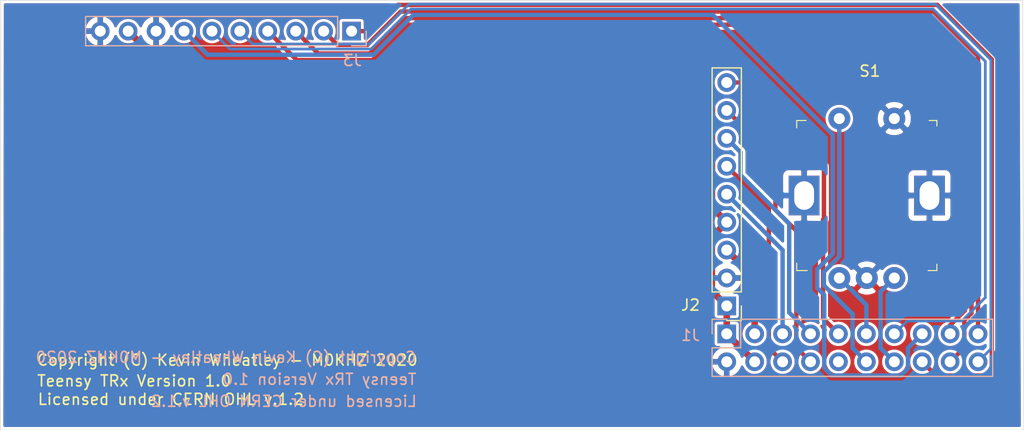
<source format=kicad_pcb>
(kicad_pcb (version 20171130) (host pcbnew "(5.1.4-0)")

  (general
    (thickness 1.6)
    (drawings 10)
    (tracks 121)
    (zones 0)
    (modules 4)
    (nets 20)
  )

  (page A4)
  (layers
    (0 F.Cu signal)
    (31 B.Cu signal)
    (32 B.Adhes user)
    (33 F.Adhes user)
    (34 B.Paste user)
    (35 F.Paste user)
    (36 B.SilkS user)
    (37 F.SilkS user)
    (38 B.Mask user)
    (39 F.Mask user)
    (40 Dwgs.User user)
    (41 Cmts.User user)
    (42 Eco1.User user)
    (43 Eco2.User user)
    (44 Edge.Cuts user)
    (45 Margin user)
    (46 B.CrtYd user)
    (47 F.CrtYd user)
    (48 B.Fab user)
    (49 F.Fab user)
  )

  (setup
    (last_trace_width 0.25)
    (trace_clearance 0.2)
    (zone_clearance 0.254)
    (zone_45_only no)
    (trace_min 0.2)
    (via_size 0.8)
    (via_drill 0.4)
    (via_min_size 0.4)
    (via_min_drill 0.3)
    (uvia_size 0.3)
    (uvia_drill 0.1)
    (uvias_allowed no)
    (uvia_min_size 0.2)
    (uvia_min_drill 0.1)
    (edge_width 0.05)
    (segment_width 0.2)
    (pcb_text_width 0.3)
    (pcb_text_size 1.5 1.5)
    (mod_edge_width 0.12)
    (mod_text_size 1 1)
    (mod_text_width 0.15)
    (pad_size 1.524 1.524)
    (pad_drill 0.762)
    (pad_to_mask_clearance 0.051)
    (solder_mask_min_width 0.25)
    (aux_axis_origin 0 0)
    (visible_elements FFFFFF7F)
    (pcbplotparams
      (layerselection 0x010f0_ffffffff)
      (usegerberextensions true)
      (usegerberattributes false)
      (usegerberadvancedattributes false)
      (creategerberjobfile false)
      (excludeedgelayer true)
      (linewidth 0.100000)
      (plotframeref false)
      (viasonmask false)
      (mode 1)
      (useauxorigin false)
      (hpglpennumber 1)
      (hpglpenspeed 20)
      (hpglpendiameter 15.000000)
      (psnegative false)
      (psa4output false)
      (plotreference true)
      (plotvalue true)
      (plotinvisibletext false)
      (padsonsilk false)
      (subtractmaskfromsilk false)
      (outputformat 1)
      (mirror false)
      (drillshape 0)
      (scaleselection 1)
      (outputdirectory "./"))
  )

  (net 0 "")
  (net 1 +3V3)
  (net 2 GND)
  (net 3 CS)
  (net 4 DC_RS)
  (net 5 SDI_MOSI)
  (net 6 SCK)
  (net 7 LED)
  (net 8 SDO_MOSO)
  (net 9 "Net-(J1-Pad10)")
  (net 10 ENC_A)
  (net 11 ENC_SW)
  (net 12 GPS_RX)
  (net 13 ENC_B)
  (net 14 GPS_TX)
  (net 15 btnUP)
  (net 16 btnRIGHT)
  (net 17 btnLEFT)
  (net 18 btnDOWN)
  (net 19 btnToneBurst)

  (net_class Default "This is the default net class."
    (clearance 0.2)
    (trace_width 0.25)
    (via_dia 0.8)
    (via_drill 0.4)
    (uvia_dia 0.3)
    (uvia_drill 0.1)
    (add_net +3V3)
    (add_net CS)
    (add_net DC_RS)
    (add_net ENC_A)
    (add_net ENC_B)
    (add_net ENC_SW)
    (add_net GND)
    (add_net GPS_RX)
    (add_net GPS_TX)
    (add_net LED)
    (add_net "Net-(J1-Pad10)")
    (add_net SCK)
    (add_net SDI_MOSI)
    (add_net SDO_MOSO)
    (add_net btnDOWN)
    (add_net btnLEFT)
    (add_net btnRIGHT)
    (add_net btnToneBurst)
    (add_net btnUP)
  )

  (module Connector_PinHeader_2.54mm:PinHeader_2x10_P2.54mm_Vertical locked (layer B.Cu) (tedit 59FED5CC) (tstamp 5DC6D3F5)
    (at 114.046 142.367 270)
    (descr "Through hole straight pin header, 2x10, 2.54mm pitch, double rows")
    (tags "Through hole pin header THT 2x10 2.54mm double row")
    (path /5F109261)
    (fp_text reference J1 (at 0.133 3.296 180) (layer B.SilkS)
      (effects (font (size 1 1) (thickness 0.15)) (justify mirror))
    )
    (fp_text value Conn (at 5.461 -14.605) (layer B.Fab)
      (effects (font (size 1 1) (thickness 0.15)) (justify mirror))
    )
    (fp_line (start 0 1.27) (end 3.81 1.27) (layer B.Fab) (width 0.1))
    (fp_line (start 3.81 1.27) (end 3.81 -24.13) (layer B.Fab) (width 0.1))
    (fp_line (start 3.81 -24.13) (end -1.27 -24.13) (layer B.Fab) (width 0.1))
    (fp_line (start -1.27 -24.13) (end -1.27 0) (layer B.Fab) (width 0.1))
    (fp_line (start -1.27 0) (end 0 1.27) (layer B.Fab) (width 0.1))
    (fp_line (start -1.33 -24.19) (end 3.87 -24.19) (layer B.SilkS) (width 0.12))
    (fp_line (start -1.33 -1.27) (end -1.33 -24.19) (layer B.SilkS) (width 0.12))
    (fp_line (start 3.87 1.33) (end 3.87 -24.19) (layer B.SilkS) (width 0.12))
    (fp_line (start -1.33 -1.27) (end 1.27 -1.27) (layer B.SilkS) (width 0.12))
    (fp_line (start 1.27 -1.27) (end 1.27 1.33) (layer B.SilkS) (width 0.12))
    (fp_line (start 1.27 1.33) (end 3.87 1.33) (layer B.SilkS) (width 0.12))
    (fp_line (start -1.33 0) (end -1.33 1.33) (layer B.SilkS) (width 0.12))
    (fp_line (start -1.33 1.33) (end 0 1.33) (layer B.SilkS) (width 0.12))
    (fp_line (start -1.8 1.8) (end -1.8 -24.65) (layer B.CrtYd) (width 0.05))
    (fp_line (start -1.8 -24.65) (end 4.35 -24.65) (layer B.CrtYd) (width 0.05))
    (fp_line (start 4.35 -24.65) (end 4.35 1.8) (layer B.CrtYd) (width 0.05))
    (fp_line (start 4.35 1.8) (end -1.8 1.8) (layer B.CrtYd) (width 0.05))
    (fp_text user %R (at 1.27 -11.43) (layer B.Fab)
      (effects (font (size 1 1) (thickness 0.15)) (justify mirror))
    )
    (pad 1 thru_hole rect (at 0 0 270) (size 1.7 1.7) (drill 1) (layers *.Cu *.Mask)
      (net 1 +3V3))
    (pad 2 thru_hole oval (at 2.54 0 270) (size 1.7 1.7) (drill 1) (layers *.Cu *.Mask)
      (net 2 GND))
    (pad 3 thru_hole oval (at 0 -2.54 270) (size 1.7 1.7) (drill 1) (layers *.Cu *.Mask)
      (net 3 CS))
    (pad 4 thru_hole oval (at 2.54 -2.54 270) (size 1.7 1.7) (drill 1) (layers *.Cu *.Mask)
      (net 1 +3V3))
    (pad 5 thru_hole oval (at 0 -5.08 270) (size 1.7 1.7) (drill 1) (layers *.Cu *.Mask)
      (net 4 DC_RS))
    (pad 6 thru_hole oval (at 2.54 -5.08 270) (size 1.7 1.7) (drill 1) (layers *.Cu *.Mask)
      (net 5 SDI_MOSI))
    (pad 7 thru_hole oval (at 0 -7.62 270) (size 1.7 1.7) (drill 1) (layers *.Cu *.Mask)
      (net 6 SCK))
    (pad 8 thru_hole oval (at 2.54 -7.62 270) (size 1.7 1.7) (drill 1) (layers *.Cu *.Mask)
      (net 7 LED))
    (pad 9 thru_hole oval (at 0 -10.16 270) (size 1.7 1.7) (drill 1) (layers *.Cu *.Mask)
      (net 8 SDO_MOSO))
    (pad 10 thru_hole oval (at 2.54 -10.16 270) (size 1.7 1.7) (drill 1) (layers *.Cu *.Mask)
      (net 9 "Net-(J1-Pad10)"))
    (pad 11 thru_hole oval (at 0 -12.7 270) (size 1.7 1.7) (drill 1) (layers *.Cu *.Mask)
      (net 10 ENC_A))
    (pad 12 thru_hole oval (at 2.54 -12.7 270) (size 1.7 1.7) (drill 1) (layers *.Cu *.Mask)
      (net 11 ENC_SW))
    (pad 13 thru_hole oval (at 0 -15.24 270) (size 1.7 1.7) (drill 1) (layers *.Cu *.Mask)
      (net 12 GPS_RX))
    (pad 14 thru_hole oval (at 2.54 -15.24 270) (size 1.7 1.7) (drill 1) (layers *.Cu *.Mask)
      (net 13 ENC_B))
    (pad 15 thru_hole oval (at 0 -17.78 270) (size 1.7 1.7) (drill 1) (layers *.Cu *.Mask)
      (net 14 GPS_TX))
    (pad 16 thru_hole oval (at 2.54 -17.78 270) (size 1.7 1.7) (drill 1) (layers *.Cu *.Mask)
      (net 15 btnUP))
    (pad 17 thru_hole oval (at 0 -20.32 270) (size 1.7 1.7) (drill 1) (layers *.Cu *.Mask)
      (net 16 btnRIGHT))
    (pad 18 thru_hole oval (at 2.54 -20.32 270) (size 1.7 1.7) (drill 1) (layers *.Cu *.Mask)
      (net 17 btnLEFT))
    (pad 19 thru_hole oval (at 0 -22.86 270) (size 1.7 1.7) (drill 1) (layers *.Cu *.Mask)
      (net 18 btnDOWN))
    (pad 20 thru_hole oval (at 2.54 -22.86 270) (size 1.7 1.7) (drill 1) (layers *.Cu *.Mask)
      (net 19 btnToneBurst))
    (model ${KISYS3DMOD}/Connector_PinHeader_2.54mm.3dshapes/PinHeader_2x10_P2.54mm_Vertical.wrl
      (at (xyz 0 0 0))
      (scale (xyz 1 1 1))
      (rotate (xyz 0 0 0))
    )
  )

  (module Connector_PinHeader_2.54mm:PinHeader_1x09_P2.54mm_Vertical locked (layer F.Cu) (tedit 59FED5CC) (tstamp 5DC6D412)
    (at 114.046 139.827 180)
    (descr "Through hole straight pin header, 1x09, 2.54mm pitch, single row")
    (tags "Through hole pin header THT 1x09 2.54mm single row")
    (path /5F10F391)
    (fp_text reference J2 (at 3.296 0.077) (layer F.SilkS)
      (effects (font (size 1 1) (thickness 0.15)))
    )
    (fp_text value Conn (at 0 22.65) (layer F.Fab)
      (effects (font (size 1 1) (thickness 0.15)))
    )
    (fp_line (start -0.635 -1.27) (end 1.27 -1.27) (layer F.Fab) (width 0.1))
    (fp_line (start 1.27 -1.27) (end 1.27 21.59) (layer F.Fab) (width 0.1))
    (fp_line (start 1.27 21.59) (end -1.27 21.59) (layer F.Fab) (width 0.1))
    (fp_line (start -1.27 21.59) (end -1.27 -0.635) (layer F.Fab) (width 0.1))
    (fp_line (start -1.27 -0.635) (end -0.635 -1.27) (layer F.Fab) (width 0.1))
    (fp_line (start -1.33 21.65) (end 1.33 21.65) (layer F.SilkS) (width 0.12))
    (fp_line (start -1.33 1.27) (end -1.33 21.65) (layer F.SilkS) (width 0.12))
    (fp_line (start 1.33 1.27) (end 1.33 21.65) (layer F.SilkS) (width 0.12))
    (fp_line (start -1.33 1.27) (end 1.33 1.27) (layer F.SilkS) (width 0.12))
    (fp_line (start -1.33 0) (end -1.33 -1.33) (layer F.SilkS) (width 0.12))
    (fp_line (start -1.33 -1.33) (end 0 -1.33) (layer F.SilkS) (width 0.12))
    (fp_line (start -1.8 -1.8) (end -1.8 22.1) (layer F.CrtYd) (width 0.05))
    (fp_line (start -1.8 22.1) (end 1.8 22.1) (layer F.CrtYd) (width 0.05))
    (fp_line (start 1.8 22.1) (end 1.8 -1.8) (layer F.CrtYd) (width 0.05))
    (fp_line (start 1.8 -1.8) (end -1.8 -1.8) (layer F.CrtYd) (width 0.05))
    (fp_text user %R (at 0 10.16 90) (layer F.Fab)
      (effects (font (size 1 1) (thickness 0.15)))
    )
    (pad 1 thru_hole rect (at 0 0 180) (size 1.7 1.7) (drill 1) (layers *.Cu *.Mask)
      (net 1 +3V3))
    (pad 2 thru_hole oval (at 0 2.54 180) (size 1.7 1.7) (drill 1) (layers *.Cu *.Mask)
      (net 2 GND))
    (pad 3 thru_hole oval (at 0 5.08 180) (size 1.7 1.7) (drill 1) (layers *.Cu *.Mask)
      (net 3 CS))
    (pad 4 thru_hole oval (at 0 7.62 180) (size 1.7 1.7) (drill 1) (layers *.Cu *.Mask)
      (net 1 +3V3))
    (pad 5 thru_hole oval (at 0 10.16 180) (size 1.7 1.7) (drill 1) (layers *.Cu *.Mask)
      (net 4 DC_RS))
    (pad 6 thru_hole oval (at 0 12.7 180) (size 1.7 1.7) (drill 1) (layers *.Cu *.Mask)
      (net 5 SDI_MOSI))
    (pad 7 thru_hole oval (at 0 15.24 180) (size 1.7 1.7) (drill 1) (layers *.Cu *.Mask)
      (net 6 SCK))
    (pad 8 thru_hole oval (at 0 17.78 180) (size 1.7 1.7) (drill 1) (layers *.Cu *.Mask)
      (net 7 LED))
    (pad 9 thru_hole oval (at 0 20.32 180) (size 1.7 1.7) (drill 1) (layers *.Cu *.Mask)
      (net 8 SDO_MOSO))
    (model ${KISYS3DMOD}/Connector_PinHeader_2.54mm.3dshapes/PinHeader_1x09_P2.54mm_Vertical.wrl
      (at (xyz 0 0 0))
      (scale (xyz 1 1 1))
      (rotate (xyz 0 0 0))
    )
  )

  (module digikey-footprints:Rotary_Encoder_Switched_PEC11R locked (layer F.Cu) (tedit 5B211F93) (tstamp 5DC6D44E)
    (at 121.086 129.787)
    (path /5F1154DD)
    (fp_text reference S1 (at 5.9775 -11.3214) (layer F.SilkS)
      (effects (font (size 1 1) (thickness 0.15)))
    )
    (fp_text value Encoder (at 6.0918 -9.899) (layer F.Fab)
      (effects (font (size 1 1) (thickness 0.15)))
    )
    (fp_line (start -1.65 8.75) (end -1.65 -8.25) (layer F.CrtYd) (width 0.05))
    (fp_line (start 13.05 8.75) (end -1.65 8.75) (layer F.CrtYd) (width 0.05))
    (fp_line (start 13.05 -8.25) (end 13.05 8.75) (layer F.CrtYd) (width 0.05))
    (fp_line (start -1.65 -8.25) (end 13.05 -8.25) (layer F.CrtYd) (width 0.05))
    (fp_line (start 0.275 6.825) (end -0.675 6.825) (layer F.SilkS) (width 0.1))
    (fp_line (start -0.675 6.825) (end -0.675 6.15) (layer F.SilkS) (width 0.1))
    (fp_line (start 0.175 -6.825) (end -0.675 -6.825) (layer F.SilkS) (width 0.1))
    (fp_line (start -0.675 -6.825) (end -0.675 -6.15) (layer F.SilkS) (width 0.1))
    (fp_line (start 12.075 6.25) (end 12.075 6.825) (layer F.SilkS) (width 0.1))
    (fp_line (start 12.075 6.825) (end 11.275 6.825) (layer F.SilkS) (width 0.1))
    (fp_line (start 11.375 -6.825) (end 12.075 -6.825) (layer F.SilkS) (width 0.1))
    (fp_line (start 12.075 -6.825) (end 12.075 -6.325) (layer F.SilkS) (width 0.1))
    (fp_line (start -0.55 -6.7) (end 11.95 -6.7) (layer F.Fab) (width 0.1))
    (fp_line (start -0.55 6.7) (end 11.95 6.7) (layer F.Fab) (width 0.1))
    (fp_line (start -0.55 -6.7) (end -0.55 6.7) (layer F.Fab) (width 0.1))
    (fp_line (start 11.95 -6.7) (end 11.95 6.7) (layer F.Fab) (width 0.1))
    (pad 3 thru_hole rect (at 0 0) (size 2.8 3.6) (drill oval 1.8 2.6) (layers *.Cu *.Mask)
      (net 2 GND))
    (pad 3 thru_hole rect (at 11.4 0) (size 2.8 3.6) (drill oval 1.8 2.6) (layers *.Cu *.Mask)
      (net 2 GND))
    (pad 1 thru_hole circle (at 3.2 -7) (size 2 2) (drill 1) (layers *.Cu *.Mask)
      (net 11 ENC_SW))
    (pad 2 thru_hole circle (at 8.2 -7) (size 2 2) (drill 1) (layers *.Cu *.Mask)
      (net 2 GND))
    (pad A thru_hole circle (at 3.2 7.5) (size 2 2) (drill 1) (layers *.Cu *.Mask)
      (net 10 ENC_A))
    (pad C thru_hole circle (at 5.7 7.5) (size 2 2) (drill 1) (layers *.Cu *.Mask)
      (net 2 GND))
    (pad B thru_hole circle (at 8.2 7.5) (size 2 2) (drill 1) (layers *.Cu *.Mask)
      (net 13 ENC_B))
  )

  (module Connector_PinHeader_2.54mm:PinHeader_1x10_P2.54mm_Vertical locked (layer B.Cu) (tedit 59FED5CC) (tstamp 5DC6FCB9)
    (at 79.9211 114.8334 90)
    (descr "Through hole straight pin header, 1x10, 2.54mm pitch, single row")
    (tags "Through hole pin header THT 1x10 2.54mm single row")
    (path /5DC7047D)
    (fp_text reference J3 (at -2.6666 0.0789) (layer B.SilkS)
      (effects (font (size 1 1) (thickness 0.15)) (justify mirror))
    )
    (fp_text value Conn (at -2.8702 -23.4569) (layer B.Fab)
      (effects (font (size 1 1) (thickness 0.15)) (justify mirror))
    )
    (fp_line (start -0.635 1.27) (end 1.27 1.27) (layer B.Fab) (width 0.1))
    (fp_line (start 1.27 1.27) (end 1.27 -24.13) (layer B.Fab) (width 0.1))
    (fp_line (start 1.27 -24.13) (end -1.27 -24.13) (layer B.Fab) (width 0.1))
    (fp_line (start -1.27 -24.13) (end -1.27 0.635) (layer B.Fab) (width 0.1))
    (fp_line (start -1.27 0.635) (end -0.635 1.27) (layer B.Fab) (width 0.1))
    (fp_line (start -1.33 -24.19) (end 1.33 -24.19) (layer B.SilkS) (width 0.12))
    (fp_line (start -1.33 -1.27) (end -1.33 -24.19) (layer B.SilkS) (width 0.12))
    (fp_line (start 1.33 -1.27) (end 1.33 -24.19) (layer B.SilkS) (width 0.12))
    (fp_line (start -1.33 -1.27) (end 1.33 -1.27) (layer B.SilkS) (width 0.12))
    (fp_line (start -1.33 0) (end -1.33 1.33) (layer B.SilkS) (width 0.12))
    (fp_line (start -1.33 1.33) (end 0 1.33) (layer B.SilkS) (width 0.12))
    (fp_line (start -1.8 1.8) (end -1.8 -24.65) (layer B.CrtYd) (width 0.05))
    (fp_line (start -1.8 -24.65) (end 1.8 -24.65) (layer B.CrtYd) (width 0.05))
    (fp_line (start 1.8 -24.65) (end 1.8 1.8) (layer B.CrtYd) (width 0.05))
    (fp_line (start 1.8 1.8) (end -1.8 1.8) (layer B.CrtYd) (width 0.05))
    (fp_text user %R (at -2.8702 -20.4089) (layer B.Fab)
      (effects (font (size 1 1) (thickness 0.15)) (justify mirror))
    )
    (pad 1 thru_hole rect (at 0 0 90) (size 1.7 1.7) (drill 1) (layers *.Cu *.Mask)
      (net 15 btnUP))
    (pad 2 thru_hole oval (at 0 -2.54 90) (size 1.7 1.7) (drill 1) (layers *.Cu *.Mask)
      (net 18 btnDOWN))
    (pad 3 thru_hole oval (at 0 -5.08 90) (size 1.7 1.7) (drill 1) (layers *.Cu *.Mask)
      (net 17 btnLEFT))
    (pad 4 thru_hole oval (at 0 -7.62 90) (size 1.7 1.7) (drill 1) (layers *.Cu *.Mask)
      (net 16 btnRIGHT))
    (pad 5 thru_hole oval (at 0 -10.16 90) (size 1.7 1.7) (drill 1) (layers *.Cu *.Mask)
      (net 19 btnToneBurst))
    (pad 6 thru_hole oval (at 0 -12.7 90) (size 1.7 1.7) (drill 1) (layers *.Cu *.Mask)
      (net 12 GPS_RX))
    (pad 7 thru_hole oval (at 0 -15.24 90) (size 1.7 1.7) (drill 1) (layers *.Cu *.Mask)
      (net 14 GPS_TX))
    (pad 8 thru_hole oval (at 0 -17.78 90) (size 1.7 1.7) (drill 1) (layers *.Cu *.Mask)
      (net 2 GND))
    (pad 9 thru_hole oval (at 0 -20.32 90) (size 1.7 1.7) (drill 1) (layers *.Cu *.Mask)
      (net 1 +3V3))
    (pad 10 thru_hole oval (at 0 -22.86 90) (size 1.7 1.7) (drill 1) (layers *.Cu *.Mask)
      (net 2 GND))
    (model ${KISYS3DMOD}/Connector_PinHeader_2.54mm.3dshapes/PinHeader_1x10_P2.54mm_Vertical.wrl
      (at (xyz 0 0 0))
      (scale (xyz 1 1 1))
      (rotate (xyz 0 0 0))
    )
  )

  (gr_text "Licensed under CERN OHL v.1.2" (at 73.75 148.5) (layer B.SilkS)
    (effects (font (size 1 1) (thickness 0.15)) (justify mirror))
  )
  (gr_text "Teensy TRx Version 1.0" (at 77 146.5) (layer B.SilkS)
    (effects (font (size 1 1) (thickness 0.15)) (justify mirror))
  )
  (gr_text "Copyright (C) Kevin Wheatley - M0KHZ 2020" (at 68.5 144.5) (layer B.SilkS)
    (effects (font (size 1 1) (thickness 0.15)) (justify mirror))
  )
  (gr_text "Copyright (C) Kevin Wheatley - M0KHZ 2020" (at 68.6181 144.7546) (layer F.SilkS)
    (effects (font (size 1 1) (thickness 0.15)))
  )
  (gr_text "Teensy TRx Version 1.0" (at 60.1472 146.6469) (layer F.SilkS)
    (effects (font (size 1 1) (thickness 0.15)))
  )
  (gr_text "Licensed under CERN OHL v.1.2" (at 63.4873 148.3233) (layer F.SilkS)
    (effects (font (size 1 1) (thickness 0.15)))
  )
  (gr_line (start 47.9679 151.1173) (end 48.0187 112.0267) (layer Edge.Cuts) (width 0.05))
  (gr_line (start 141.0716 151.1173) (end 47.9679 151.1173) (layer Edge.Cuts) (width 0.05))
  (gr_line (start 140.9573 112.0267) (end 141.0716 151.1173) (layer Edge.Cuts) (width 0.05))
  (gr_line (start 48.0187 112.0267) (end 140.9573 112.0267) (layer Edge.Cuts) (width 0.05))

  (segment (start 116.586 144.907) (end 114.046 142.367) (width 0.6) (layer F.Cu) (net 1))
  (segment (start 113.196001 133.056999) (end 114.046 132.207) (width 0.6) (layer F.Cu) (net 1))
  (segment (start 112.6871 133.5659) (end 113.196001 133.056999) (width 0.6) (layer F.Cu) (net 1))
  (segment (start 112.6871 138.4681) (end 112.6871 133.5659) (width 0.6) (layer F.Cu) (net 1))
  (segment (start 114.046 139.827) (end 112.6871 138.4681) (width 0.6) (layer F.Cu) (net 1))
  (segment (start 113.196001 131.357001) (end 114.046 132.207) (width 0.6) (layer F.Cu) (net 1))
  (segment (start 112.695999 121.268499) (end 112.695999 130.856999) (width 0.6) (layer F.Cu) (net 1))
  (segment (start 85.336385 114.95175) (end 106.37925 114.95175) (width 0.6) (layer F.Cu) (net 1))
  (segment (start 59.6011 114.8334) (end 62.93312 118.16542) (width 0.6) (layer F.Cu) (net 1))
  (segment (start 62.93312 118.16542) (end 82.122715 118.16542) (width 0.6) (layer F.Cu) (net 1))
  (segment (start 106.37925 114.95175) (end 112.695999 121.268499) (width 0.6) (layer F.Cu) (net 1))
  (segment (start 112.695999 130.856999) (end 113.196001 131.357001) (width 0.6) (layer F.Cu) (net 1))
  (segment (start 82.122715 118.16542) (end 85.336385 114.95175) (width 0.6) (layer F.Cu) (net 1))
  (segment (start 114.046 142.367) (end 114.046 139.827) (width 0.6) (layer F.Cu) (net 1))
  (segment (start 116.586 137.287) (end 114.046 134.747) (width 0.6) (layer F.Cu) (net 3))
  (segment (start 116.586 142.367) (end 116.586 137.287) (width 0.6) (layer F.Cu) (net 3))
  (segment (start 119.126 134.747) (end 114.046 129.667) (width 0.4) (layer B.Cu) (net 4))
  (segment (start 119.126 142.367) (end 119.126 134.747) (width 0.4) (layer B.Cu) (net 4))
  (segment (start 117.875999 130.956999) (end 114.895999 127.976999) (width 0.4) (layer F.Cu) (net 5))
  (segment (start 114.895999 127.976999) (end 114.046 127.127) (width 0.4) (layer F.Cu) (net 5))
  (segment (start 117.875999 143.656999) (end 117.875999 130.956999) (width 0.4) (layer F.Cu) (net 5))
  (segment (start 119.126 144.907) (end 117.875999 143.656999) (width 0.4) (layer F.Cu) (net 5))
  (segment (start 114.895999 125.436999) (end 114.046 124.587) (width 0.4) (layer B.Cu) (net 6))
  (segment (start 115.296001 125.837001) (end 114.895999 125.436999) (width 0.4) (layer B.Cu) (net 6))
  (segment (start 115.296001 127.917003) (end 115.296001 125.837001) (width 0.4) (layer B.Cu) (net 6))
  (segment (start 119.72601 132.347012) (end 115.296001 127.917003) (width 0.4) (layer B.Cu) (net 6))
  (segment (start 119.72601 140.42701) (end 119.72601 132.347012) (width 0.4) (layer B.Cu) (net 6))
  (segment (start 121.666 142.367) (end 119.72601 140.42701) (width 0.4) (layer B.Cu) (net 6))
  (segment (start 114.895999 122.896999) (end 114.046 122.047) (width 0.4) (layer F.Cu) (net 7))
  (segment (start 118.476009 131.097011) (end 118.476009 126.477009) (width 0.4) (layer F.Cu) (net 7))
  (segment (start 120.376001 132.997003) (end 118.476009 131.097011) (width 0.4) (layer F.Cu) (net 7))
  (segment (start 120.376001 143.617001) (end 120.376001 132.997003) (width 0.4) (layer F.Cu) (net 7))
  (segment (start 118.476009 126.477009) (end 114.895999 122.896999) (width 0.4) (layer F.Cu) (net 7))
  (segment (start 121.666 144.907) (end 120.376001 143.617001) (width 0.4) (layer F.Cu) (net 7))
  (segment (start 122.886001 127.14492) (end 115.248081 119.507) (width 0.4) (layer F.Cu) (net 8))
  (segment (start 115.248081 119.507) (end 114.046 119.507) (width 0.4) (layer F.Cu) (net 8))
  (segment (start 122.886001 131.907001) (end 122.886001 127.14492) (width 0.4) (layer F.Cu) (net 8))
  (segment (start 122.806001 131.987001) (end 122.886001 131.907001) (width 0.4) (layer F.Cu) (net 8))
  (segment (start 122.806001 140.967001) (end 122.806001 131.987001) (width 0.4) (layer F.Cu) (net 8))
  (segment (start 124.206 142.367) (end 122.806001 140.967001) (width 0.4) (layer F.Cu) (net 8))
  (segment (start 126.746 139.747) (end 124.286 137.287) (width 0.4) (layer B.Cu) (net 10))
  (segment (start 126.746 142.367) (end 126.746 139.747) (width 0.4) (layer B.Cu) (net 10))
  (segment (start 124.286 135.325998) (end 124.286 122.787) (width 0.4) (layer B.Cu) (net 11))
  (segment (start 126.746 144.907) (end 125.495999 143.656999) (width 0.4) (layer B.Cu) (net 11))
  (segment (start 122.885999 136.725999) (end 124.286 135.325998) (width 0.4) (layer B.Cu) (net 11))
  (segment (start 125.495999 140.569001) (end 122.885999 137.959001) (width 0.4) (layer B.Cu) (net 11))
  (segment (start 122.885999 137.959001) (end 122.885999 136.725999) (width 0.4) (layer B.Cu) (net 11))
  (segment (start 125.495999 143.656999) (end 125.495999 140.569001) (width 0.4) (layer B.Cu) (net 11))
  (segment (start 68.846111 116.458411) (end 68.071099 115.683399) (width 0.25) (layer B.Cu) (net 12))
  (segment (start 81.701099 116.458411) (end 68.846111 116.458411) (width 0.25) (layer B.Cu) (net 12))
  (segment (start 68.071099 115.683399) (end 67.2211 114.8334) (width 0.25) (layer B.Cu) (net 12))
  (segment (start 137.5664 139.064498) (end 137.5664 117.5766) (width 0.25) (layer B.Cu) (net 12))
  (segment (start 85.33279 112.82672) (end 81.701099 116.458411) (width 0.25) (layer B.Cu) (net 12))
  (segment (start 137.5664 117.5766) (end 132.81652 112.82672) (width 0.25) (layer B.Cu) (net 12))
  (segment (start 135.438899 141.191999) (end 137.5664 139.064498) (width 0.25) (layer B.Cu) (net 12))
  (segment (start 132.81652 112.82672) (end 85.33279 112.82672) (width 0.25) (layer B.Cu) (net 12))
  (segment (start 130.461001 141.191999) (end 135.438899 141.191999) (width 0.25) (layer B.Cu) (net 12))
  (segment (start 129.286 142.367) (end 130.461001 141.191999) (width 0.25) (layer B.Cu) (net 12))
  (segment (start 128.286001 138.286999) (end 129.286 137.287) (width 0.4) (layer B.Cu) (net 13))
  (segment (start 128.035999 143.656999) (end 128.035999 138.537001) (width 0.4) (layer B.Cu) (net 13))
  (segment (start 128.035999 138.537001) (end 128.286001 138.286999) (width 0.4) (layer B.Cu) (net 13))
  (segment (start 129.286 144.907) (end 128.035999 143.656999) (width 0.4) (layer B.Cu) (net 13))
  (segment (start 85.541786 113.3602) (end 81.918565 116.983421) (width 0.4) (layer B.Cu) (net 14))
  (segment (start 122.285989 136.477467) (end 123.68599 135.077466) (width 0.4) (layer B.Cu) (net 14))
  (segment (start 66.831121 116.983421) (end 65.531099 115.683399) (width 0.4) (layer B.Cu) (net 14))
  (segment (start 122.916001 145.467003) (end 122.916001 138.837545) (width 0.4) (layer B.Cu) (net 14))
  (segment (start 65.531099 115.683399) (end 64.6811 114.8334) (width 0.4) (layer B.Cu) (net 14))
  (segment (start 112.778728 113.35173) (end 112.770258 113.3602) (width 0.4) (layer B.Cu) (net 14))
  (segment (start 123.68599 135.077466) (end 123.68599 124.258992) (width 0.4) (layer B.Cu) (net 14))
  (segment (start 81.918565 116.983421) (end 66.831121 116.983421) (width 0.4) (layer B.Cu) (net 14))
  (segment (start 112.770258 113.3602) (end 85.541786 113.3602) (width 0.4) (layer B.Cu) (net 14))
  (segment (start 129.886001 146.157001) (end 123.605999 146.157001) (width 0.4) (layer B.Cu) (net 14))
  (segment (start 123.68599 124.258992) (end 112.778728 113.35173) (width 0.4) (layer B.Cu) (net 14))
  (segment (start 130.536001 143.656999) (end 130.536001 145.507001) (width 0.4) (layer B.Cu) (net 14))
  (segment (start 130.536001 145.507001) (end 129.886001 146.157001) (width 0.4) (layer B.Cu) (net 14))
  (segment (start 123.605999 146.157001) (end 122.916001 145.467003) (width 0.4) (layer B.Cu) (net 14))
  (segment (start 122.285989 138.207533) (end 122.285989 136.477467) (width 0.4) (layer B.Cu) (net 14))
  (segment (start 122.916001 138.837545) (end 122.285989 138.207533) (width 0.4) (layer B.Cu) (net 14))
  (segment (start 131.826 142.367) (end 130.536001 143.656999) (width 0.4) (layer B.Cu) (net 14))
  (segment (start 84.14429 112.45171) (end 81.7626 114.8334) (width 0.4) (layer F.Cu) (net 15))
  (segment (start 81.7626 114.8334) (end 79.9211 114.8334) (width 0.4) (layer F.Cu) (net 15))
  (segment (start 133.20351 112.45171) (end 84.14429 112.45171) (width 0.4) (layer F.Cu) (net 15))
  (segment (start 138.156001 145.507001) (end 138.156001 117.404201) (width 0.4) (layer F.Cu) (net 15))
  (segment (start 138.156001 117.404201) (end 133.20351 112.45171) (width 0.4) (layer F.Cu) (net 15))
  (segment (start 137.506001 146.157001) (end 138.156001 145.507001) (width 0.4) (layer F.Cu) (net 15))
  (segment (start 133.076001 146.157001) (end 137.506001 146.157001) (width 0.4) (layer F.Cu) (net 15))
  (segment (start 131.826 144.907) (end 133.076001 146.157001) (width 0.4) (layer F.Cu) (net 15))
  (segment (start 73.151099 115.683399) (end 72.3011 114.8334) (width 0.4) (layer F.Cu) (net 16))
  (segment (start 74.93311 117.46541) (end 73.151099 115.683399) (width 0.4) (layer F.Cu) (net 16))
  (segment (start 81.832762 117.46541) (end 74.93311 117.46541) (width 0.4) (layer F.Cu) (net 16))
  (segment (start 132.24764 114.25174) (end 85.046432 114.25174) (width 0.4) (layer F.Cu) (net 16))
  (segment (start 135.70598 117.71008) (end 132.24764 114.25174) (width 0.4) (layer F.Cu) (net 16))
  (segment (start 135.70598 140.241978) (end 135.70598 117.71008) (width 0.4) (layer F.Cu) (net 16))
  (segment (start 85.046432 114.25174) (end 81.832762 117.46541) (width 0.4) (layer F.Cu) (net 16))
  (segment (start 134.366 141.581958) (end 135.70598 140.241978) (width 0.4) (layer F.Cu) (net 16))
  (segment (start 134.366 142.367) (end 134.366 141.581958) (width 0.4) (layer F.Cu) (net 16))
  (segment (start 76.8731 116.8654) (end 75.691099 115.683399) (width 0.4) (layer F.Cu) (net 17))
  (segment (start 81.58423 116.8654) (end 76.8731 116.8654) (width 0.4) (layer F.Cu) (net 17))
  (segment (start 84.7979 113.65173) (end 81.58423 116.8654) (width 0.4) (layer F.Cu) (net 17))
  (segment (start 132.589788 113.65173) (end 84.7979 113.65173) (width 0.4) (layer F.Cu) (net 17))
  (segment (start 136.30599 117.367932) (end 132.589788 113.65173) (width 0.4) (layer F.Cu) (net 17))
  (segment (start 136.30599 140.49051) (end 136.30599 117.367932) (width 0.4) (layer F.Cu) (net 17))
  (segment (start 135.655999 141.140501) (end 136.30599 140.49051) (width 0.4) (layer F.Cu) (net 17))
  (segment (start 75.691099 115.683399) (end 74.8411 114.8334) (width 0.4) (layer F.Cu) (net 17))
  (segment (start 135.655999 143.617001) (end 135.655999 141.140501) (width 0.4) (layer F.Cu) (net 17))
  (segment (start 134.366 144.907) (end 135.655999 143.617001) (width 0.4) (layer F.Cu) (net 17))
  (segment (start 78.231099 115.683399) (end 77.3811 114.8334) (width 0.4) (layer F.Cu) (net 18))
  (segment (start 84.392822 113.05172) (end 81.361141 116.083401) (width 0.4) (layer F.Cu) (net 18))
  (segment (start 81.361141 116.083401) (end 78.631101 116.083401) (width 0.4) (layer F.Cu) (net 18))
  (segment (start 78.631101 116.083401) (end 78.231099 115.683399) (width 0.4) (layer F.Cu) (net 18))
  (segment (start 132.83832 113.05172) (end 84.392822 113.05172) (width 0.4) (layer F.Cu) (net 18))
  (segment (start 136.906 117.1194) (end 132.83832 113.05172) (width 0.4) (layer F.Cu) (net 18))
  (segment (start 136.906 142.367) (end 136.906 117.1194) (width 0.4) (layer F.Cu) (net 18))
  (segment (start 138.081001 117.443501) (end 133.01421 112.37671) (width 0.25) (layer B.Cu) (net 19))
  (segment (start 138.081001 143.731999) (end 138.081001 117.443501) (width 0.25) (layer B.Cu) (net 19))
  (segment (start 136.906 144.907) (end 138.081001 143.731999) (width 0.25) (layer B.Cu) (net 19))
  (segment (start 133.01421 112.37671) (end 85.14639 112.37671) (width 0.25) (layer B.Cu) (net 19))
  (segment (start 70.611099 115.683399) (end 69.7611 114.8334) (width 0.25) (layer B.Cu) (net 19))
  (segment (start 70.936101 116.008401) (end 70.611099 115.683399) (width 0.25) (layer B.Cu) (net 19))
  (segment (start 81.514699 116.008401) (end 70.936101 116.008401) (width 0.25) (layer B.Cu) (net 19))
  (segment (start 85.14639 112.37671) (end 81.514699 116.008401) (width 0.25) (layer B.Cu) (net 19))

  (zone (net 2) (net_name GND) (layer F.Cu) (tstamp 5DC971C3) (hatch edge 0.508)
    (connect_pads (clearance 0.254))
    (min_thickness 0.254)
    (fill yes (arc_segments 32) (thermal_gap 0.508) (thermal_bridge_width 0.508))
    (polygon
      (pts
        (xy 48.0822 112.014) (xy 140.9573 112.014) (xy 141.0843 151.13) (xy 48.0822 151.13)
      )
    )
    (filled_polygon
      (pts
        (xy 81.521943 114.2524) (xy 81.153943 114.2524) (xy 81.153943 113.9834) (xy 81.146587 113.908711) (xy 81.124801 113.836892)
        (xy 81.089422 113.770704) (xy 81.041811 113.712689) (xy 80.983796 113.665078) (xy 80.917608 113.629699) (xy 80.845789 113.607913)
        (xy 80.7711 113.600557) (xy 79.0711 113.600557) (xy 78.996411 113.607913) (xy 78.924592 113.629699) (xy 78.858404 113.665078)
        (xy 78.800389 113.712689) (xy 78.752778 113.770704) (xy 78.717399 113.836892) (xy 78.695613 113.908711) (xy 78.688257 113.9834)
        (xy 78.688257 115.3189) (xy 78.662112 115.292755) (xy 78.662108 115.29275) (xy 78.559327 115.189969) (xy 78.594288 115.074718)
        (xy 78.618056 114.8334) (xy 78.594288 114.592082) (xy 78.523898 114.360037) (xy 78.409591 114.146184) (xy 78.25576 113.95874)
        (xy 78.068316 113.804909) (xy 77.854463 113.690602) (xy 77.622418 113.620212) (xy 77.441572 113.6024) (xy 77.320628 113.6024)
        (xy 77.139782 113.620212) (xy 76.907737 113.690602) (xy 76.693884 113.804909) (xy 76.50644 113.95874) (xy 76.352609 114.146184)
        (xy 76.238302 114.360037) (xy 76.167912 114.592082) (xy 76.144144 114.8334) (xy 76.167912 115.074718) (xy 76.238302 115.306763)
        (xy 76.352609 115.520616) (xy 76.364672 115.535314) (xy 76.122112 115.292755) (xy 76.122108 115.29275) (xy 76.019327 115.189969)
        (xy 76.054288 115.074718) (xy 76.078056 114.8334) (xy 76.054288 114.592082) (xy 75.983898 114.360037) (xy 75.869591 114.146184)
        (xy 75.71576 113.95874) (xy 75.528316 113.804909) (xy 75.314463 113.690602) (xy 75.082418 113.620212) (xy 74.901572 113.6024)
        (xy 74.780628 113.6024) (xy 74.599782 113.620212) (xy 74.367737 113.690602) (xy 74.153884 113.804909) (xy 73.96644 113.95874)
        (xy 73.812609 114.146184) (xy 73.698302 114.360037) (xy 73.627912 114.592082) (xy 73.604144 114.8334) (xy 73.627912 115.074718)
        (xy 73.698302 115.306763) (xy 73.812609 115.520616) (xy 73.824671 115.535314) (xy 73.582112 115.292755) (xy 73.582108 115.29275)
        (xy 73.479327 115.189969) (xy 73.514288 115.074718) (xy 73.538056 114.8334) (xy 73.514288 114.592082) (xy 73.443898 114.360037)
        (xy 73.329591 114.146184) (xy 73.17576 113.95874) (xy 72.988316 113.804909) (xy 72.774463 113.690602) (xy 72.542418 113.620212)
        (xy 72.361572 113.6024) (xy 72.240628 113.6024) (xy 72.059782 113.620212) (xy 71.827737 113.690602) (xy 71.613884 113.804909)
        (xy 71.42644 113.95874) (xy 71.272609 114.146184) (xy 71.158302 114.360037) (xy 71.087912 114.592082) (xy 71.064144 114.8334)
        (xy 71.087912 115.074718) (xy 71.158302 115.306763) (xy 71.272609 115.520616) (xy 71.42644 115.70806) (xy 71.613884 115.861891)
        (xy 71.827737 115.976198) (xy 72.059782 116.046588) (xy 72.240628 116.0644) (xy 72.361572 116.0644) (xy 72.542418 116.046588)
        (xy 72.657669 116.011627) (xy 72.76045 116.114408) (xy 72.760455 116.114412) (xy 74.130462 117.48442) (xy 63.215199 117.48442)
        (xy 61.92916 116.198381) (xy 62.0141 116.153555) (xy 62.0141 114.9604) (xy 61.9941 114.9604) (xy 61.9941 114.7064)
        (xy 62.0141 114.7064) (xy 62.0141 113.513245) (xy 62.2681 113.513245) (xy 62.2681 114.7064) (xy 62.2881 114.7064)
        (xy 62.2881 114.9604) (xy 62.2681 114.9604) (xy 62.2681 116.153555) (xy 62.49799 116.274876) (xy 62.645199 116.230225)
        (xy 62.90802 116.105041) (xy 63.141369 115.930988) (xy 63.336278 115.714755) (xy 63.485257 115.464652) (xy 63.540083 115.310095)
        (xy 63.652609 115.520616) (xy 63.80644 115.70806) (xy 63.993884 115.861891) (xy 64.207737 115.976198) (xy 64.439782 116.046588)
        (xy 64.620628 116.0644) (xy 64.741572 116.0644) (xy 64.922418 116.046588) (xy 65.154463 115.976198) (xy 65.368316 115.861891)
        (xy 65.55576 115.70806) (xy 65.709591 115.520616) (xy 65.823898 115.306763) (xy 65.894288 115.074718) (xy 65.918056 114.8334)
        (xy 65.984144 114.8334) (xy 66.007912 115.074718) (xy 66.078302 115.306763) (xy 66.192609 115.520616) (xy 66.34644 115.70806)
        (xy 66.533884 115.861891) (xy 66.747737 115.976198) (xy 66.979782 116.046588) (xy 67.160628 116.0644) (xy 67.281572 116.0644)
        (xy 67.462418 116.046588) (xy 67.694463 115.976198) (xy 67.908316 115.861891) (xy 68.09576 115.70806) (xy 68.249591 115.520616)
        (xy 68.363898 115.306763) (xy 68.434288 115.074718) (xy 68.458056 114.8334) (xy 68.524144 114.8334) (xy 68.547912 115.074718)
        (xy 68.618302 115.306763) (xy 68.732609 115.520616) (xy 68.88644 115.70806) (xy 69.073884 115.861891) (xy 69.287737 115.976198)
        (xy 69.519782 116.046588) (xy 69.700628 116.0644) (xy 69.821572 116.0644) (xy 70.002418 116.046588) (xy 70.234463 115.976198)
        (xy 70.448316 115.861891) (xy 70.63576 115.70806) (xy 70.789591 115.520616) (xy 70.903898 115.306763) (xy 70.974288 115.074718)
        (xy 70.998056 114.8334) (xy 70.974288 114.592082) (xy 70.903898 114.360037) (xy 70.789591 114.146184) (xy 70.63576 113.95874)
        (xy 70.448316 113.804909) (xy 70.234463 113.690602) (xy 70.002418 113.620212) (xy 69.821572 113.6024) (xy 69.700628 113.6024)
        (xy 69.519782 113.620212) (xy 69.287737 113.690602) (xy 69.073884 113.804909) (xy 68.88644 113.95874) (xy 68.732609 114.146184)
        (xy 68.618302 114.360037) (xy 68.547912 114.592082) (xy 68.524144 114.8334) (xy 68.458056 114.8334) (xy 68.434288 114.592082)
        (xy 68.363898 114.360037) (xy 68.249591 114.146184) (xy 68.09576 113.95874) (xy 67.908316 113.804909) (xy 67.694463 113.690602)
        (xy 67.462418 113.620212) (xy 67.281572 113.6024) (xy 67.160628 113.6024) (xy 66.979782 113.620212) (xy 66.747737 113.690602)
        (xy 66.533884 113.804909) (xy 66.34644 113.95874) (xy 66.192609 114.146184) (xy 66.078302 114.360037) (xy 66.007912 114.592082)
        (xy 65.984144 114.8334) (xy 65.918056 114.8334) (xy 65.894288 114.592082) (xy 65.823898 114.360037) (xy 65.709591 114.146184)
        (xy 65.55576 113.95874) (xy 65.368316 113.804909) (xy 65.154463 113.690602) (xy 64.922418 113.620212) (xy 64.741572 113.6024)
        (xy 64.620628 113.6024) (xy 64.439782 113.620212) (xy 64.207737 113.690602) (xy 63.993884 113.804909) (xy 63.80644 113.95874)
        (xy 63.652609 114.146184) (xy 63.540083 114.356705) (xy 63.485257 114.202148) (xy 63.336278 113.952045) (xy 63.141369 113.735812)
        (xy 62.90802 113.561759) (xy 62.645199 113.436575) (xy 62.49799 113.391924) (xy 62.2681 113.513245) (xy 62.0141 113.513245)
        (xy 61.78421 113.391924) (xy 61.637001 113.436575) (xy 61.37418 113.561759) (xy 61.140831 113.735812) (xy 60.945922 113.952045)
        (xy 60.796943 114.202148) (xy 60.742117 114.356705) (xy 60.629591 114.146184) (xy 60.47576 113.95874) (xy 60.288316 113.804909)
        (xy 60.074463 113.690602) (xy 59.842418 113.620212) (xy 59.661572 113.6024) (xy 59.540628 113.6024) (xy 59.359782 113.620212)
        (xy 59.127737 113.690602) (xy 58.913884 113.804909) (xy 58.72644 113.95874) (xy 58.572609 114.146184) (xy 58.460083 114.356705)
        (xy 58.405257 114.202148) (xy 58.256278 113.952045) (xy 58.061369 113.735812) (xy 57.82802 113.561759) (xy 57.565199 113.436575)
        (xy 57.41799 113.391924) (xy 57.1881 113.513245) (xy 57.1881 114.7064) (xy 57.2081 114.7064) (xy 57.2081 114.9604)
        (xy 57.1881 114.9604) (xy 57.1881 116.153555) (xy 57.41799 116.274876) (xy 57.565199 116.230225) (xy 57.82802 116.105041)
        (xy 58.061369 115.930988) (xy 58.256278 115.714755) (xy 58.405257 115.464652) (xy 58.460083 115.310095) (xy 58.572609 115.520616)
        (xy 58.72644 115.70806) (xy 58.913884 115.861891) (xy 59.127737 115.976198) (xy 59.359782 116.046588) (xy 59.540628 116.0644)
        (xy 59.661572 116.0644) (xy 59.842418 116.046588) (xy 59.849164 116.044542) (xy 62.42792 118.623299) (xy 62.44925 118.64929)
        (xy 62.552946 118.73439) (xy 62.671252 118.797626) (xy 62.799621 118.836566) (xy 62.93312 118.849715) (xy 62.966573 118.84642)
        (xy 82.089262 118.84642) (xy 82.122715 118.849715) (xy 82.156168 118.84642) (xy 82.256214 118.836566) (xy 82.384583 118.797626)
        (xy 82.502889 118.73439) (xy 82.606585 118.64929) (xy 82.627919 118.623294) (xy 85.618464 115.63275) (xy 106.097172 115.63275)
        (xy 112.014999 121.550578) (xy 112.015 130.823536) (xy 112.011704 130.856999) (xy 112.024853 130.990497) (xy 112.056594 131.095132)
        (xy 112.063794 131.118867) (xy 112.12703 131.237173) (xy 112.21213 131.340869) (xy 112.23812 131.362199) (xy 112.738116 131.862195)
        (xy 112.738121 131.862199) (xy 112.834858 131.958936) (xy 112.832812 131.965682) (xy 112.809044 132.207) (xy 112.832812 132.448318)
        (xy 112.834858 132.455064) (xy 112.738121 132.551801) (xy 112.738116 132.551805) (xy 112.229221 133.0607) (xy 112.203231 133.08203)
        (xy 112.118131 133.185726) (xy 112.091531 133.235491) (xy 112.054895 133.304032) (xy 112.015954 133.432402) (xy 112.002805 133.5659)
        (xy 112.006101 133.599363) (xy 112.0061 138.434647) (xy 112.002805 138.4681) (xy 112.0061 138.501552) (xy 112.015954 138.601598)
        (xy 112.054894 138.729967) (xy 112.11813 138.848273) (xy 112.20323 138.951969) (xy 112.229222 138.9733) (xy 112.813157 139.557235)
        (xy 112.813157 140.677) (xy 112.820513 140.751689) (xy 112.842299 140.823508) (xy 112.877678 140.889696) (xy 112.925289 140.947711)
        (xy 112.983304 140.995322) (xy 113.049492 141.030701) (xy 113.121311 141.052487) (xy 113.196 141.059843) (xy 113.365001 141.059843)
        (xy 113.365 141.134157) (xy 113.196 141.134157) (xy 113.121311 141.141513) (xy 113.049492 141.163299) (xy 112.983304 141.198678)
        (xy 112.925289 141.246289) (xy 112.877678 141.304304) (xy 112.842299 141.370492) (xy 112.820513 141.442311) (xy 112.813157 141.517)
        (xy 112.813157 143.217) (xy 112.820513 143.291689) (xy 112.842299 143.363508) (xy 112.877678 143.429696) (xy 112.925289 143.487711)
        (xy 112.983304 143.535322) (xy 113.049492 143.570701) (xy 113.121311 143.592487) (xy 113.196 143.599843) (xy 113.353645 143.599843)
        (xy 113.27908 143.635359) (xy 113.045731 143.809412) (xy 112.850822 144.025645) (xy 112.701843 144.275748) (xy 112.604519 144.550109)
        (xy 112.725186 144.78) (xy 113.919 144.78) (xy 113.919 144.76) (xy 114.173 144.76) (xy 114.173 144.78)
        (xy 114.193 144.78) (xy 114.193 145.034) (xy 114.173 145.034) (xy 114.173 146.227155) (xy 114.40289 146.348476)
        (xy 114.550099 146.303825) (xy 114.81292 146.178641) (xy 115.046269 146.004588) (xy 115.241178 145.788355) (xy 115.390157 145.538252)
        (xy 115.444983 145.383695) (xy 115.557509 145.594216) (xy 115.71134 145.78166) (xy 115.898784 145.935491) (xy 116.112637 146.049798)
        (xy 116.344682 146.120188) (xy 116.525528 146.138) (xy 116.646472 146.138) (xy 116.827318 146.120188) (xy 117.059363 146.049798)
        (xy 117.273216 145.935491) (xy 117.46066 145.78166) (xy 117.614491 145.594216) (xy 117.728798 145.380363) (xy 117.799188 145.148318)
        (xy 117.822956 144.907) (xy 117.799188 144.665682) (xy 117.728798 144.433637) (xy 117.614491 144.219784) (xy 117.602428 144.205085)
        (xy 117.947773 144.550431) (xy 117.912812 144.665682) (xy 117.889044 144.907) (xy 117.912812 145.148318) (xy 117.983202 145.380363)
        (xy 118.097509 145.594216) (xy 118.25134 145.78166) (xy 118.438784 145.935491) (xy 118.652637 146.049798) (xy 118.884682 146.120188)
        (xy 119.065528 146.138) (xy 119.186472 146.138) (xy 119.367318 146.120188) (xy 119.599363 146.049798) (xy 119.813216 145.935491)
        (xy 120.00066 145.78166) (xy 120.154491 145.594216) (xy 120.268798 145.380363) (xy 120.339188 145.148318) (xy 120.362956 144.907)
        (xy 120.339188 144.665682) (xy 120.268798 144.433637) (xy 120.154491 144.219784) (xy 120.142428 144.205085) (xy 120.487773 144.550431)
        (xy 120.452812 144.665682) (xy 120.429044 144.907) (xy 120.452812 145.148318) (xy 120.523202 145.380363) (xy 120.637509 145.594216)
        (xy 120.79134 145.78166) (xy 120.978784 145.935491) (xy 121.192637 146.049798) (xy 121.424682 146.120188) (xy 121.605528 146.138)
        (xy 121.726472 146.138) (xy 121.907318 146.120188) (xy 122.139363 146.049798) (xy 122.353216 145.935491) (xy 122.54066 145.78166)
        (xy 122.694491 145.594216) (xy 122.808798 145.380363) (xy 122.879188 145.148318) (xy 122.902956 144.907) (xy 122.969044 144.907)
        (xy 122.992812 145.148318) (xy 123.063202 145.380363) (xy 123.177509 145.594216) (xy 123.33134 145.78166) (xy 123.518784 145.935491)
        (xy 123.732637 146.049798) (xy 123.964682 146.120188) (xy 124.145528 146.138) (xy 124.266472 146.138) (xy 124.447318 146.120188)
        (xy 124.679363 146.049798) (xy 124.893216 145.935491) (xy 125.08066 145.78166) (xy 125.234491 145.594216) (xy 125.348798 145.380363)
        (xy 125.419188 145.148318) (xy 125.442956 144.907) (xy 125.509044 144.907) (xy 125.532812 145.148318) (xy 125.603202 145.380363)
        (xy 125.717509 145.594216) (xy 125.87134 145.78166) (xy 126.058784 145.935491) (xy 126.272637 146.049798) (xy 126.504682 146.120188)
        (xy 126.685528 146.138) (xy 126.806472 146.138) (xy 126.987318 146.120188) (xy 127.219363 146.049798) (xy 127.433216 145.935491)
        (xy 127.62066 145.78166) (xy 127.774491 145.594216) (xy 127.888798 145.380363) (xy 127.959188 145.148318) (xy 127.982956 144.907)
        (xy 128.049044 144.907) (xy 128.072812 145.148318) (xy 128.143202 145.380363) (xy 128.257509 145.594216) (xy 128.41134 145.78166)
        (xy 128.598784 145.935491) (xy 128.812637 146.049798) (xy 129.044682 146.120188) (xy 129.225528 146.138) (xy 129.346472 146.138)
        (xy 129.527318 146.120188) (xy 129.759363 146.049798) (xy 129.973216 145.935491) (xy 130.16066 145.78166) (xy 130.314491 145.594216)
        (xy 130.428798 145.380363) (xy 130.499188 145.148318) (xy 130.522956 144.907) (xy 130.499188 144.665682) (xy 130.428798 144.433637)
        (xy 130.314491 144.219784) (xy 130.16066 144.03234) (xy 129.973216 143.878509) (xy 129.759363 143.764202) (xy 129.527318 143.693812)
        (xy 129.346472 143.676) (xy 129.225528 143.676) (xy 129.044682 143.693812) (xy 128.812637 143.764202) (xy 128.598784 143.878509)
        (xy 128.41134 144.03234) (xy 128.257509 144.219784) (xy 128.143202 144.433637) (xy 128.072812 144.665682) (xy 128.049044 144.907)
        (xy 127.982956 144.907) (xy 127.959188 144.665682) (xy 127.888798 144.433637) (xy 127.774491 144.219784) (xy 127.62066 144.03234)
        (xy 127.433216 143.878509) (xy 127.219363 143.764202) (xy 126.987318 143.693812) (xy 126.806472 143.676) (xy 126.685528 143.676)
        (xy 126.504682 143.693812) (xy 126.272637 143.764202) (xy 126.058784 143.878509) (xy 125.87134 144.03234) (xy 125.717509 144.219784)
        (xy 125.603202 144.433637) (xy 125.532812 144.665682) (xy 125.509044 144.907) (xy 125.442956 144.907) (xy 125.419188 144.665682)
        (xy 125.348798 144.433637) (xy 125.234491 144.219784) (xy 125.08066 144.03234) (xy 124.893216 143.878509) (xy 124.679363 143.764202)
        (xy 124.447318 143.693812) (xy 124.266472 143.676) (xy 124.145528 143.676) (xy 123.964682 143.693812) (xy 123.732637 143.764202)
        (xy 123.518784 143.878509) (xy 123.33134 144.03234) (xy 123.177509 144.219784) (xy 123.063202 144.433637) (xy 122.992812 144.665682)
        (xy 122.969044 144.907) (xy 122.902956 144.907) (xy 122.879188 144.665682) (xy 122.808798 144.433637) (xy 122.694491 144.219784)
        (xy 122.54066 144.03234) (xy 122.353216 143.878509) (xy 122.139363 143.764202) (xy 121.907318 143.693812) (xy 121.726472 143.676)
        (xy 121.605528 143.676) (xy 121.424682 143.693812) (xy 121.309431 143.728773) (xy 120.964085 143.383428) (xy 120.978784 143.395491)
        (xy 121.192637 143.509798) (xy 121.424682 143.580188) (xy 121.605528 143.598) (xy 121.726472 143.598) (xy 121.907318 143.580188)
        (xy 122.139363 143.509798) (xy 122.353216 143.395491) (xy 122.54066 143.24166) (xy 122.694491 143.054216) (xy 122.808798 142.840363)
        (xy 122.879188 142.608318) (xy 122.902956 142.367) (xy 122.879188 142.125682) (xy 122.808798 141.893637) (xy 122.694491 141.679784)
        (xy 122.682428 141.665085) (xy 123.027773 142.010431) (xy 122.992812 142.125682) (xy 122.969044 142.367) (xy 122.992812 142.608318)
        (xy 123.063202 142.840363) (xy 123.177509 143.054216) (xy 123.33134 143.24166) (xy 123.518784 143.395491) (xy 123.732637 143.509798)
        (xy 123.964682 143.580188) (xy 124.145528 143.598) (xy 124.266472 143.598) (xy 124.447318 143.580188) (xy 124.679363 143.509798)
        (xy 124.893216 143.395491) (xy 125.08066 143.24166) (xy 125.234491 143.054216) (xy 125.348798 142.840363) (xy 125.419188 142.608318)
        (xy 125.442956 142.367) (xy 125.509044 142.367) (xy 125.532812 142.608318) (xy 125.603202 142.840363) (xy 125.717509 143.054216)
        (xy 125.87134 143.24166) (xy 126.058784 143.395491) (xy 126.272637 143.509798) (xy 126.504682 143.580188) (xy 126.685528 143.598)
        (xy 126.806472 143.598) (xy 126.987318 143.580188) (xy 127.219363 143.509798) (xy 127.433216 143.395491) (xy 127.62066 143.24166)
        (xy 127.774491 143.054216) (xy 127.888798 142.840363) (xy 127.959188 142.608318) (xy 127.982956 142.367) (xy 128.049044 142.367)
        (xy 128.072812 142.608318) (xy 128.143202 142.840363) (xy 128.257509 143.054216) (xy 128.41134 143.24166) (xy 128.598784 143.395491)
        (xy 128.812637 143.509798) (xy 129.044682 143.580188) (xy 129.225528 143.598) (xy 129.346472 143.598) (xy 129.527318 143.580188)
        (xy 129.759363 143.509798) (xy 129.973216 143.395491) (xy 130.16066 143.24166) (xy 130.314491 143.054216) (xy 130.428798 142.840363)
        (xy 130.499188 142.608318) (xy 130.522956 142.367) (xy 130.589044 142.367) (xy 130.612812 142.608318) (xy 130.683202 142.840363)
        (xy 130.797509 143.054216) (xy 130.95134 143.24166) (xy 131.138784 143.395491) (xy 131.352637 143.509798) (xy 131.584682 143.580188)
        (xy 131.765528 143.598) (xy 131.886472 143.598) (xy 132.067318 143.580188) (xy 132.299363 143.509798) (xy 132.513216 143.395491)
        (xy 132.70066 143.24166) (xy 132.854491 143.054216) (xy 132.968798 142.840363) (xy 133.039188 142.608318) (xy 133.062956 142.367)
        (xy 133.039188 142.125682) (xy 132.968798 141.893637) (xy 132.854491 141.679784) (xy 132.70066 141.49234) (xy 132.513216 141.338509)
        (xy 132.299363 141.224202) (xy 132.067318 141.153812) (xy 131.886472 141.136) (xy 131.765528 141.136) (xy 131.584682 141.153812)
        (xy 131.352637 141.224202) (xy 131.138784 141.338509) (xy 130.95134 141.49234) (xy 130.797509 141.679784) (xy 130.683202 141.893637)
        (xy 130.612812 142.125682) (xy 130.589044 142.367) (xy 130.522956 142.367) (xy 130.499188 142.125682) (xy 130.428798 141.893637)
        (xy 130.314491 141.679784) (xy 130.16066 141.49234) (xy 129.973216 141.338509) (xy 129.759363 141.224202) (xy 129.527318 141.153812)
        (xy 129.346472 141.136) (xy 129.225528 141.136) (xy 129.044682 141.153812) (xy 128.812637 141.224202) (xy 128.598784 141.338509)
        (xy 128.41134 141.49234) (xy 128.257509 141.679784) (xy 128.143202 141.893637) (xy 128.072812 142.125682) (xy 128.049044 142.367)
        (xy 127.982956 142.367) (xy 127.959188 142.125682) (xy 127.888798 141.893637) (xy 127.774491 141.679784) (xy 127.62066 141.49234)
        (xy 127.433216 141.338509) (xy 127.219363 141.224202) (xy 126.987318 141.153812) (xy 126.806472 141.136) (xy 126.685528 141.136)
        (xy 126.504682 141.153812) (xy 126.272637 141.224202) (xy 126.058784 141.338509) (xy 125.87134 141.49234) (xy 125.717509 141.679784)
        (xy 125.603202 141.893637) (xy 125.532812 142.125682) (xy 125.509044 142.367) (xy 125.442956 142.367) (xy 125.419188 142.125682)
        (xy 125.348798 141.893637) (xy 125.234491 141.679784) (xy 125.08066 141.49234) (xy 124.893216 141.338509) (xy 124.679363 141.224202)
        (xy 124.447318 141.153812) (xy 124.266472 141.136) (xy 124.145528 141.136) (xy 123.964682 141.153812) (xy 123.849431 141.188773)
        (xy 123.387001 140.726344) (xy 123.387001 138.34103) (xy 123.405664 138.359693) (xy 123.631851 138.510826) (xy 123.883177 138.614929)
        (xy 124.149983 138.668) (xy 124.422017 138.668) (xy 124.688823 138.614929) (xy 124.940149 138.510826) (xy 125.072468 138.422413)
        (xy 125.830192 138.422413) (xy 125.925956 138.686814) (xy 126.215571 138.827704) (xy 126.527108 138.909384) (xy 126.848595 138.928718)
        (xy 127.167675 138.884961) (xy 127.472088 138.779795) (xy 127.646044 138.686814) (xy 127.741808 138.422413) (xy 126.786 137.466605)
        (xy 125.830192 138.422413) (xy 125.072468 138.422413) (xy 125.166336 138.359693) (xy 125.358693 138.167336) (xy 125.379993 138.135458)
        (xy 125.386186 138.147044) (xy 125.650587 138.242808) (xy 126.606395 137.287) (xy 126.965605 137.287) (xy 127.921413 138.242808)
        (xy 128.185814 138.147044) (xy 128.191685 138.134976) (xy 128.213307 138.167336) (xy 128.405664 138.359693) (xy 128.631851 138.510826)
        (xy 128.883177 138.614929) (xy 129.149983 138.668) (xy 129.422017 138.668) (xy 129.688823 138.614929) (xy 129.940149 138.510826)
        (xy 130.166336 138.359693) (xy 130.358693 138.167336) (xy 130.509826 137.941149) (xy 130.613929 137.689823) (xy 130.667 137.423017)
        (xy 130.667 137.150983) (xy 130.613929 136.884177) (xy 130.509826 136.632851) (xy 130.358693 136.406664) (xy 130.166336 136.214307)
        (xy 129.940149 136.063174) (xy 129.688823 135.959071) (xy 129.422017 135.906) (xy 129.149983 135.906) (xy 128.883177 135.959071)
        (xy 128.631851 136.063174) (xy 128.405664 136.214307) (xy 128.213307 136.406664) (xy 128.192007 136.438542) (xy 128.185814 136.426956)
        (xy 127.921413 136.331192) (xy 126.965605 137.287) (xy 126.606395 137.287) (xy 125.650587 136.331192) (xy 125.386186 136.426956)
        (xy 125.380315 136.439024) (xy 125.358693 136.406664) (xy 125.166336 136.214307) (xy 125.072469 136.151587) (xy 125.830192 136.151587)
        (xy 126.786 137.107395) (xy 127.741808 136.151587) (xy 127.646044 135.887186) (xy 127.356429 135.746296) (xy 127.044892 135.664616)
        (xy 126.723405 135.645282) (xy 126.404325 135.689039) (xy 126.099912 135.794205) (xy 125.925956 135.887186) (xy 125.830192 136.151587)
        (xy 125.072469 136.151587) (xy 124.940149 136.063174) (xy 124.688823 135.959071) (xy 124.422017 135.906) (xy 124.149983 135.906)
        (xy 123.883177 135.959071) (xy 123.631851 136.063174) (xy 123.405664 136.214307) (xy 123.387001 136.23297) (xy 123.387001 132.202203)
        (xy 123.425372 132.130416) (xy 123.458594 132.020897) (xy 123.467001 131.935541) (xy 123.467001 131.93554) (xy 123.469812 131.907002)
        (xy 123.467001 131.878462) (xy 123.467001 131.587) (xy 130.447928 131.587) (xy 130.460188 131.711482) (xy 130.496498 131.83118)
        (xy 130.555463 131.941494) (xy 130.634815 132.038185) (xy 130.731506 132.117537) (xy 130.84182 132.176502) (xy 130.961518 132.212812)
        (xy 131.086 132.225072) (xy 132.20025 132.222) (xy 132.359 132.06325) (xy 132.359 129.914) (xy 132.613 129.914)
        (xy 132.613 132.06325) (xy 132.77175 132.222) (xy 133.886 132.225072) (xy 134.010482 132.212812) (xy 134.13018 132.176502)
        (xy 134.240494 132.117537) (xy 134.337185 132.038185) (xy 134.416537 131.941494) (xy 134.475502 131.83118) (xy 134.511812 131.711482)
        (xy 134.524072 131.587) (xy 134.521 130.07275) (xy 134.36225 129.914) (xy 132.613 129.914) (xy 132.359 129.914)
        (xy 130.60975 129.914) (xy 130.451 130.07275) (xy 130.447928 131.587) (xy 123.467001 131.587) (xy 123.467001 127.987)
        (xy 130.447928 127.987) (xy 130.451 129.50125) (xy 130.60975 129.66) (xy 132.359 129.66) (xy 132.359 127.51075)
        (xy 132.613 127.51075) (xy 132.613 129.66) (xy 134.36225 129.66) (xy 134.521 129.50125) (xy 134.524072 127.987)
        (xy 134.511812 127.862518) (xy 134.475502 127.74282) (xy 134.416537 127.632506) (xy 134.337185 127.535815) (xy 134.240494 127.456463)
        (xy 134.13018 127.397498) (xy 134.010482 127.361188) (xy 133.886 127.348928) (xy 132.77175 127.352) (xy 132.613 127.51075)
        (xy 132.359 127.51075) (xy 132.20025 127.352) (xy 131.086 127.348928) (xy 130.961518 127.361188) (xy 130.84182 127.397498)
        (xy 130.731506 127.456463) (xy 130.634815 127.535815) (xy 130.555463 127.632506) (xy 130.496498 127.74282) (xy 130.460188 127.862518)
        (xy 130.447928 127.987) (xy 123.467001 127.987) (xy 123.467001 127.173459) (xy 123.469812 127.144919) (xy 123.458594 127.031024)
        (xy 123.425372 126.921505) (xy 123.371422 126.820572) (xy 123.298818 126.732103) (xy 123.276646 126.713907) (xy 119.213722 122.650983)
        (xy 122.905 122.650983) (xy 122.905 122.923017) (xy 122.958071 123.189823) (xy 123.062174 123.441149) (xy 123.213307 123.667336)
        (xy 123.405664 123.859693) (xy 123.631851 124.010826) (xy 123.883177 124.114929) (xy 124.149983 124.168) (xy 124.422017 124.168)
        (xy 124.688823 124.114929) (xy 124.940149 124.010826) (xy 125.072468 123.922413) (xy 128.330192 123.922413) (xy 128.425956 124.186814)
        (xy 128.715571 124.327704) (xy 129.027108 124.409384) (xy 129.348595 124.428718) (xy 129.667675 124.384961) (xy 129.972088 124.279795)
        (xy 130.146044 124.186814) (xy 130.241808 123.922413) (xy 129.286 122.966605) (xy 128.330192 123.922413) (xy 125.072468 123.922413)
        (xy 125.166336 123.859693) (xy 125.358693 123.667336) (xy 125.509826 123.441149) (xy 125.613929 123.189823) (xy 125.667 122.923017)
        (xy 125.667 122.849595) (xy 127.644282 122.849595) (xy 127.688039 123.168675) (xy 127.793205 123.473088) (xy 127.886186 123.647044)
        (xy 128.150587 123.742808) (xy 129.106395 122.787) (xy 129.465605 122.787) (xy 130.421413 123.742808) (xy 130.685814 123.647044)
        (xy 130.826704 123.357429) (xy 130.908384 123.045892) (xy 130.927718 122.724405) (xy 130.883961 122.405325) (xy 130.778795 122.100912)
        (xy 130.685814 121.926956) (xy 130.421413 121.831192) (xy 129.465605 122.787) (xy 129.106395 122.787) (xy 128.150587 121.831192)
        (xy 127.886186 121.926956) (xy 127.745296 122.216571) (xy 127.663616 122.528108) (xy 127.644282 122.849595) (xy 125.667 122.849595)
        (xy 125.667 122.650983) (xy 125.613929 122.384177) (xy 125.509826 122.132851) (xy 125.358693 121.906664) (xy 125.166336 121.714307)
        (xy 125.072469 121.651587) (xy 128.330192 121.651587) (xy 129.286 122.607395) (xy 130.241808 121.651587) (xy 130.146044 121.387186)
        (xy 129.856429 121.246296) (xy 129.544892 121.164616) (xy 129.223405 121.145282) (xy 128.904325 121.189039) (xy 128.599912 121.294205)
        (xy 128.425956 121.387186) (xy 128.330192 121.651587) (xy 125.072469 121.651587) (xy 124.940149 121.563174) (xy 124.688823 121.459071)
        (xy 124.422017 121.406) (xy 124.149983 121.406) (xy 123.883177 121.459071) (xy 123.631851 121.563174) (xy 123.405664 121.714307)
        (xy 123.213307 121.906664) (xy 123.062174 122.132851) (xy 122.958071 122.384177) (xy 122.905 122.650983) (xy 119.213722 122.650983)
        (xy 115.679098 119.11636) (xy 115.660898 119.094183) (xy 115.572429 119.021579) (xy 115.471496 118.967629) (xy 115.361977 118.934407)
        (xy 115.276621 118.926) (xy 115.248081 118.923189) (xy 115.219541 118.926) (xy 115.131265 118.926) (xy 115.074491 118.819784)
        (xy 114.92066 118.63234) (xy 114.733216 118.478509) (xy 114.519363 118.364202) (xy 114.287318 118.293812) (xy 114.106472 118.276)
        (xy 113.985528 118.276) (xy 113.804682 118.293812) (xy 113.572637 118.364202) (xy 113.358784 118.478509) (xy 113.17134 118.63234)
        (xy 113.017509 118.819784) (xy 112.903202 119.033637) (xy 112.832812 119.265682) (xy 112.809044 119.507) (xy 112.832812 119.748318)
        (xy 112.903202 119.980363) (xy 113.017509 120.194216) (xy 113.17134 120.38166) (xy 113.358784 120.535491) (xy 113.572637 120.649798)
        (xy 113.804682 120.720188) (xy 113.985528 120.738) (xy 114.106472 120.738) (xy 114.287318 120.720188) (xy 114.519363 120.649798)
        (xy 114.733216 120.535491) (xy 114.92066 120.38166) (xy 115.074491 120.194216) (xy 115.088128 120.168704) (xy 122.268949 127.349526)
        (xy 121.37175 127.352) (xy 121.213 127.51075) (xy 121.213 129.66) (xy 121.233 129.66) (xy 121.233 129.914)
        (xy 121.213 129.914) (xy 121.213 132.06325) (xy 121.37175 132.222) (xy 122.225002 132.224352) (xy 122.225001 140.938461)
        (xy 122.22219 140.967001) (xy 122.23276 141.074321) (xy 122.233408 141.080896) (xy 122.26663 141.190415) (xy 122.32058 141.291348)
        (xy 122.371799 141.353759) (xy 122.353216 141.338509) (xy 122.139363 141.224202) (xy 121.907318 141.153812) (xy 121.726472 141.136)
        (xy 121.605528 141.136) (xy 121.424682 141.153812) (xy 121.192637 141.224202) (xy 120.978784 141.338509) (xy 120.957001 141.356386)
        (xy 120.957001 133.025539) (xy 120.959812 132.997002) (xy 120.953576 132.933694) (xy 120.948594 132.883107) (xy 120.915372 132.773588)
        (xy 120.861422 132.672655) (xy 120.788818 132.584186) (xy 120.766646 132.56599) (xy 120.423694 132.223038) (xy 120.80025 132.222)
        (xy 120.959 132.06325) (xy 120.959 129.914) (xy 120.939 129.914) (xy 120.939 129.66) (xy 120.959 129.66)
        (xy 120.959 127.51075) (xy 120.80025 127.352) (xy 119.686 127.348928) (xy 119.561518 127.361188) (xy 119.44182 127.397498)
        (xy 119.331506 127.456463) (xy 119.234815 127.535815) (xy 119.155463 127.632506) (xy 119.096498 127.74282) (xy 119.060188 127.862518)
        (xy 119.057009 127.894796) (xy 119.057009 126.505549) (xy 119.05982 126.477009) (xy 119.048602 126.363113) (xy 119.01538 126.253594)
        (xy 118.96143 126.152661) (xy 118.907019 126.086361) (xy 118.888826 126.064192) (xy 118.866654 126.045996) (xy 115.327013 122.506356)
        (xy 115.327008 122.50635) (xy 115.224227 122.403569) (xy 115.259188 122.288318) (xy 115.282956 122.047) (xy 115.259188 121.805682)
        (xy 115.188798 121.573637) (xy 115.074491 121.359784) (xy 114.92066 121.17234) (xy 114.733216 121.018509) (xy 114.519363 120.904202)
        (xy 114.287318 120.833812) (xy 114.106472 120.816) (xy 113.985528 120.816) (xy 113.804682 120.833812) (xy 113.572637 120.904202)
        (xy 113.358784 121.018509) (xy 113.337185 121.036235) (xy 113.328205 121.006632) (xy 113.328205 121.006631) (xy 113.264969 120.888325)
        (xy 113.179868 120.784629) (xy 113.153883 120.763304) (xy 107.223318 114.83274) (xy 132.006983 114.83274) (xy 135.124981 117.950739)
        (xy 135.12498 140.00132) (xy 133.975355 141.150946) (xy 133.953184 141.169141) (xy 133.934991 141.19131) (xy 133.913089 141.217998)
        (xy 133.892637 141.224202) (xy 133.678784 141.338509) (xy 133.49134 141.49234) (xy 133.337509 141.679784) (xy 133.223202 141.893637)
        (xy 133.152812 142.125682) (xy 133.129044 142.367) (xy 133.152812 142.608318) (xy 133.223202 142.840363) (xy 133.337509 143.054216)
        (xy 133.49134 143.24166) (xy 133.678784 143.395491) (xy 133.892637 143.509798) (xy 134.124682 143.580188) (xy 134.305528 143.598)
        (xy 134.426472 143.598) (xy 134.607318 143.580188) (xy 134.839363 143.509798) (xy 135.053216 143.395491) (xy 135.067911 143.383431)
        (xy 134.722569 143.728773) (xy 134.607318 143.693812) (xy 134.426472 143.676) (xy 134.305528 143.676) (xy 134.124682 143.693812)
        (xy 133.892637 143.764202) (xy 133.678784 143.878509) (xy 133.49134 144.03234) (xy 133.337509 144.219784) (xy 133.223202 144.433637)
        (xy 133.152812 144.665682) (xy 133.129044 144.907) (xy 133.152812 145.148318) (xy 133.223202 145.380363) (xy 133.327773 145.576001)
        (xy 133.316659 145.576001) (xy 133.004227 145.263569) (xy 133.039188 145.148318) (xy 133.062956 144.907) (xy 133.039188 144.665682)
        (xy 132.968798 144.433637) (xy 132.854491 144.219784) (xy 132.70066 144.03234) (xy 132.513216 143.878509) (xy 132.299363 143.764202)
        (xy 132.067318 143.693812) (xy 131.886472 143.676) (xy 131.765528 143.676) (xy 131.584682 143.693812) (xy 131.352637 143.764202)
        (xy 131.138784 143.878509) (xy 130.95134 144.03234) (xy 130.797509 144.219784) (xy 130.683202 144.433637) (xy 130.612812 144.665682)
        (xy 130.589044 144.907) (xy 130.612812 145.148318) (xy 130.683202 145.380363) (xy 130.797509 145.594216) (xy 130.95134 145.78166)
        (xy 131.138784 145.935491) (xy 131.352637 146.049798) (xy 131.584682 146.120188) (xy 131.765528 146.138) (xy 131.886472 146.138)
        (xy 132.067318 146.120188) (xy 132.182569 146.085227) (xy 132.644988 146.547646) (xy 132.663184 146.569818) (xy 132.751653 146.642422)
        (xy 132.852586 146.696372) (xy 132.962105 146.729594) (xy 133.047461 146.738001) (xy 133.047463 146.738001) (xy 133.076 146.740812)
        (xy 133.104537 146.738001) (xy 137.477461 146.738001) (xy 137.506001 146.740812) (xy 137.534541 146.738001) (xy 137.619897 146.729594)
        (xy 137.729416 146.696372) (xy 137.830349 146.642422) (xy 137.918818 146.569818) (xy 137.937018 146.547641) (xy 138.546647 145.938013)
        (xy 138.568818 145.919818) (xy 138.641422 145.831349) (xy 138.695372 145.730416) (xy 138.728594 145.620897) (xy 138.737001 145.535541)
        (xy 138.737001 145.53554) (xy 138.739812 145.507001) (xy 138.737001 145.478461) (xy 138.737001 117.432741) (xy 138.739812 117.404201)
        (xy 138.728594 117.290305) (xy 138.695372 117.180786) (xy 138.641422 117.079853) (xy 138.611657 117.043584) (xy 138.568818 116.991384)
        (xy 138.546646 116.973188) (xy 134.006157 112.4327) (xy 140.552486 112.4327) (xy 140.664412 150.7113) (xy 48.374427 150.7113)
        (xy 48.381506 145.263891) (xy 112.604519 145.263891) (xy 112.701843 145.538252) (xy 112.850822 145.788355) (xy 113.045731 146.004588)
        (xy 113.27908 146.178641) (xy 113.541901 146.303825) (xy 113.68911 146.348476) (xy 113.919 146.227155) (xy 113.919 145.034)
        (xy 112.725186 145.034) (xy 112.604519 145.263891) (xy 48.381506 145.263891) (xy 48.420588 115.190291) (xy 55.619619 115.190291)
        (xy 55.716943 115.464652) (xy 55.865922 115.714755) (xy 56.060831 115.930988) (xy 56.29418 116.105041) (xy 56.557001 116.230225)
        (xy 56.70421 116.274876) (xy 56.9341 116.153555) (xy 56.9341 114.9604) (xy 55.740286 114.9604) (xy 55.619619 115.190291)
        (xy 48.420588 115.190291) (xy 48.421515 114.476509) (xy 55.619619 114.476509) (xy 55.740286 114.7064) (xy 56.9341 114.7064)
        (xy 56.9341 113.513245) (xy 56.70421 113.391924) (xy 56.557001 113.436575) (xy 56.29418 113.561759) (xy 56.060831 113.735812)
        (xy 55.865922 113.952045) (xy 55.716943 114.202148) (xy 55.619619 114.476509) (xy 48.421515 114.476509) (xy 48.424172 112.4327)
        (xy 83.341642 112.4327)
      )
    )
    (filled_polygon
      (pts
        (xy 115.905001 137.569081) (xy 115.905 141.335186) (xy 115.898784 141.338509) (xy 115.71134 141.49234) (xy 115.557509 141.679784)
        (xy 115.443202 141.893637) (xy 115.372812 142.125682) (xy 115.349044 142.367) (xy 115.372812 142.608318) (xy 115.426116 142.784037)
        (xy 115.278843 142.636764) (xy 115.278843 141.517) (xy 115.271487 141.442311) (xy 115.249701 141.370492) (xy 115.214322 141.304304)
        (xy 115.166711 141.246289) (xy 115.108696 141.198678) (xy 115.042508 141.163299) (xy 114.970689 141.141513) (xy 114.896 141.134157)
        (xy 114.727 141.134157) (xy 114.727 141.059843) (xy 114.896 141.059843) (xy 114.970689 141.052487) (xy 115.042508 141.030701)
        (xy 115.108696 140.995322) (xy 115.166711 140.947711) (xy 115.214322 140.889696) (xy 115.249701 140.823508) (xy 115.271487 140.751689)
        (xy 115.278843 140.677) (xy 115.278843 138.977) (xy 115.271487 138.902311) (xy 115.249701 138.830492) (xy 115.214322 138.764304)
        (xy 115.166711 138.706289) (xy 115.108696 138.658678) (xy 115.042508 138.623299) (xy 114.970689 138.601513) (xy 114.896 138.594157)
        (xy 114.739367 138.594157) (xy 114.927355 138.482178) (xy 115.143588 138.287269) (xy 115.317641 138.05392) (xy 115.442825 137.791099)
        (xy 115.487476 137.64389) (xy 115.366155 137.414) (xy 114.173 137.414) (xy 114.173 137.434) (xy 113.919 137.434)
        (xy 113.919 137.414) (xy 113.899 137.414) (xy 113.899 137.16) (xy 113.919 137.16) (xy 113.919 137.14)
        (xy 114.173 137.14) (xy 114.173 137.16) (xy 115.366155 137.16) (xy 115.410981 137.07506)
      )
    )
  )
  (zone (net 2) (net_name GND) (layer B.Cu) (tstamp 5DC971C0) (hatch edge 0.508)
    (connect_pads (clearance 0.254))
    (min_thickness 0.254)
    (fill yes (arc_segments 32) (thermal_gap 0.508) (thermal_bridge_width 0.508))
    (polygon
      (pts
        (xy 48.0822 112.014) (xy 140.9573 112.141) (xy 140.9573 151.13) (xy 47.9679 150.8887)
      )
    )
    (filled_polygon
      (pts
        (xy 81.305108 115.502401) (xy 81.153943 115.502401) (xy 81.153943 113.9834) (xy 81.146587 113.908711) (xy 81.124801 113.836892)
        (xy 81.089422 113.770704) (xy 81.041811 113.712689) (xy 80.983796 113.665078) (xy 80.917608 113.629699) (xy 80.845789 113.607913)
        (xy 80.7711 113.600557) (xy 79.0711 113.600557) (xy 78.996411 113.607913) (xy 78.924592 113.629699) (xy 78.858404 113.665078)
        (xy 78.800389 113.712689) (xy 78.752778 113.770704) (xy 78.717399 113.836892) (xy 78.695613 113.908711) (xy 78.688257 113.9834)
        (xy 78.688257 115.502401) (xy 78.419327 115.502401) (xy 78.523898 115.306763) (xy 78.594288 115.074718) (xy 78.618056 114.8334)
        (xy 78.594288 114.592082) (xy 78.523898 114.360037) (xy 78.409591 114.146184) (xy 78.25576 113.95874) (xy 78.068316 113.804909)
        (xy 77.854463 113.690602) (xy 77.622418 113.620212) (xy 77.441572 113.6024) (xy 77.320628 113.6024) (xy 77.139782 113.620212)
        (xy 76.907737 113.690602) (xy 76.693884 113.804909) (xy 76.50644 113.95874) (xy 76.352609 114.146184) (xy 76.238302 114.360037)
        (xy 76.167912 114.592082) (xy 76.144144 114.8334) (xy 76.167912 115.074718) (xy 76.238302 115.306763) (xy 76.342873 115.502401)
        (xy 75.879327 115.502401) (xy 75.983898 115.306763) (xy 76.054288 115.074718) (xy 76.078056 114.8334) (xy 76.054288 114.592082)
        (xy 75.983898 114.360037) (xy 75.869591 114.146184) (xy 75.71576 113.95874) (xy 75.528316 113.804909) (xy 75.314463 113.690602)
        (xy 75.082418 113.620212) (xy 74.901572 113.6024) (xy 74.780628 113.6024) (xy 74.599782 113.620212) (xy 74.367737 113.690602)
        (xy 74.153884 113.804909) (xy 73.96644 113.95874) (xy 73.812609 114.146184) (xy 73.698302 114.360037) (xy 73.627912 114.592082)
        (xy 73.604144 114.8334) (xy 73.627912 115.074718) (xy 73.698302 115.306763) (xy 73.802873 115.502401) (xy 73.339327 115.502401)
        (xy 73.443898 115.306763) (xy 73.514288 115.074718) (xy 73.538056 114.8334) (xy 73.514288 114.592082) (xy 73.443898 114.360037)
        (xy 73.329591 114.146184) (xy 73.17576 113.95874) (xy 72.988316 113.804909) (xy 72.774463 113.690602) (xy 72.542418 113.620212)
        (xy 72.361572 113.6024) (xy 72.240628 113.6024) (xy 72.059782 113.620212) (xy 71.827737 113.690602) (xy 71.613884 113.804909)
        (xy 71.42644 113.95874) (xy 71.272609 114.146184) (xy 71.158302 114.360037) (xy 71.087912 114.592082) (xy 71.064144 114.8334)
        (xy 71.087912 115.074718) (xy 71.158302 115.306763) (xy 71.262873 115.502401) (xy 71.145692 115.502401) (xy 70.986474 115.343183)
        (xy 70.986469 115.343177) (xy 70.914641 115.271349) (xy 70.974288 115.074718) (xy 70.998056 114.8334) (xy 70.974288 114.592082)
        (xy 70.903898 114.360037) (xy 70.789591 114.146184) (xy 70.63576 113.95874) (xy 70.448316 113.804909) (xy 70.234463 113.690602)
        (xy 70.002418 113.620212) (xy 69.821572 113.6024) (xy 69.700628 113.6024) (xy 69.519782 113.620212) (xy 69.287737 113.690602)
        (xy 69.073884 113.804909) (xy 68.88644 113.95874) (xy 68.732609 114.146184) (xy 68.618302 114.360037) (xy 68.547912 114.592082)
        (xy 68.524144 114.8334) (xy 68.547912 115.074718) (xy 68.618302 115.306763) (xy 68.732609 115.520616) (xy 68.88644 115.70806)
        (xy 69.073884 115.861891) (xy 69.243235 115.952411) (xy 69.055703 115.952411) (xy 68.446473 115.343182) (xy 68.446469 115.343177)
        (xy 68.374641 115.271349) (xy 68.434288 115.074718) (xy 68.458056 114.8334) (xy 68.434288 114.592082) (xy 68.363898 114.360037)
        (xy 68.249591 114.146184) (xy 68.09576 113.95874) (xy 67.908316 113.804909) (xy 67.694463 113.690602) (xy 67.462418 113.620212)
        (xy 67.281572 113.6024) (xy 67.160628 113.6024) (xy 66.979782 113.620212) (xy 66.747737 113.690602) (xy 66.533884 113.804909)
        (xy 66.34644 113.95874) (xy 66.192609 114.146184) (xy 66.078302 114.360037) (xy 66.007912 114.592082) (xy 65.984144 114.8334)
        (xy 66.007912 115.074718) (xy 66.078302 115.306763) (xy 66.192609 115.520616) (xy 66.204671 115.535313) (xy 65.962112 115.292755)
        (xy 65.962108 115.29275) (xy 65.859327 115.189969) (xy 65.894288 115.074718) (xy 65.918056 114.8334) (xy 65.894288 114.592082)
        (xy 65.823898 114.360037) (xy 65.709591 114.146184) (xy 65.55576 113.95874) (xy 65.368316 113.804909) (xy 65.154463 113.690602)
        (xy 64.922418 113.620212) (xy 64.741572 113.6024) (xy 64.620628 113.6024) (xy 64.439782 113.620212) (xy 64.207737 113.690602)
        (xy 63.993884 113.804909) (xy 63.80644 113.95874) (xy 63.652609 114.146184) (xy 63.540083 114.356705) (xy 63.485257 114.202148)
        (xy 63.336278 113.952045) (xy 63.141369 113.735812) (xy 62.90802 113.561759) (xy 62.645199 113.436575) (xy 62.49799 113.391924)
        (xy 62.2681 113.513245) (xy 62.2681 114.7064) (xy 62.2881 114.7064) (xy 62.2881 114.9604) (xy 62.2681 114.9604)
        (xy 62.2681 116.153555) (xy 62.49799 116.274876) (xy 62.645199 116.230225) (xy 62.90802 116.105041) (xy 63.141369 115.930988)
        (xy 63.336278 115.714755) (xy 63.485257 115.464652) (xy 63.540083 115.310095) (xy 63.652609 115.520616) (xy 63.80644 115.70806)
        (xy 63.993884 115.861891) (xy 64.207737 115.976198) (xy 64.439782 116.046588) (xy 64.620628 116.0644) (xy 64.741572 116.0644)
        (xy 64.922418 116.046588) (xy 65.037669 116.011627) (xy 65.14045 116.114408) (xy 65.140455 116.114412) (xy 66.400113 117.374072)
        (xy 66.418304 117.396238) (xy 66.44047 117.414429) (xy 66.440472 117.414431) (xy 66.506773 117.468842) (xy 66.607706 117.522792)
        (xy 66.717225 117.556014) (xy 66.831121 117.567232) (xy 66.859661 117.564421) (xy 81.890025 117.564421) (xy 81.918565 117.567232)
        (xy 81.947105 117.564421) (xy 82.032461 117.556014) (xy 82.14198 117.522792) (xy 82.242913 117.468842) (xy 82.331382 117.396238)
        (xy 82.349582 117.374061) (xy 85.782444 113.9412) (xy 112.546541 113.9412) (xy 123.104991 124.499651) (xy 123.104991 127.840031)
        (xy 123.075502 127.74282) (xy 123.016537 127.632506) (xy 122.937185 127.535815) (xy 122.840494 127.456463) (xy 122.73018 127.397498)
        (xy 122.610482 127.361188) (xy 122.486 127.348928) (xy 121.37175 127.352) (xy 121.213 127.51075) (xy 121.213 129.66)
        (xy 121.233 129.66) (xy 121.233 129.914) (xy 121.213 129.914) (xy 121.213 132.06325) (xy 121.37175 132.222)
        (xy 122.486 132.225072) (xy 122.610482 132.212812) (xy 122.73018 132.176502) (xy 122.840494 132.117537) (xy 122.937185 132.038185)
        (xy 123.016537 131.941494) (xy 123.075502 131.83118) (xy 123.10499 131.73397) (xy 123.10499 134.836808) (xy 121.895344 136.046455)
        (xy 121.873173 136.06465) (xy 121.85498 136.086819) (xy 121.800568 136.15312) (xy 121.746618 136.254053) (xy 121.713396 136.363572)
        (xy 121.702178 136.477467) (xy 121.70499 136.506017) (xy 121.704989 138.178993) (xy 121.702178 138.207533) (xy 121.704989 138.236072)
        (xy 121.713396 138.321428) (xy 121.746618 138.430947) (xy 121.800568 138.53188) (xy 121.873172 138.62035) (xy 121.895349 138.63855)
        (xy 122.335002 139.078204) (xy 122.335002 141.328773) (xy 122.139363 141.224202) (xy 121.907318 141.153812) (xy 121.726472 141.136)
        (xy 121.605528 141.136) (xy 121.424682 141.153812) (xy 121.309431 141.188773) (xy 120.30701 140.186353) (xy 120.30701 132.375552)
        (xy 120.309821 132.347012) (xy 120.298603 132.233116) (xy 120.295653 132.223391) (xy 120.80025 132.222) (xy 120.959 132.06325)
        (xy 120.959 129.914) (xy 119.20975 129.914) (xy 119.051 130.07275) (xy 119.049426 130.848769) (xy 116.187656 127.987)
        (xy 119.047928 127.987) (xy 119.051 129.50125) (xy 119.20975 129.66) (xy 120.959 129.66) (xy 120.959 127.51075)
        (xy 120.80025 127.352) (xy 119.686 127.348928) (xy 119.561518 127.361188) (xy 119.44182 127.397498) (xy 119.331506 127.456463)
        (xy 119.234815 127.535815) (xy 119.155463 127.632506) (xy 119.096498 127.74282) (xy 119.060188 127.862518) (xy 119.047928 127.987)
        (xy 116.187656 127.987) (xy 115.877001 127.676346) (xy 115.877001 125.865537) (xy 115.879812 125.837) (xy 115.87236 125.761346)
        (xy 115.868594 125.723105) (xy 115.835372 125.613586) (xy 115.781422 125.512653) (xy 115.708818 125.424184) (xy 115.686646 125.405988)
        (xy 115.327012 125.046355) (xy 115.327008 125.04635) (xy 115.224227 124.943569) (xy 115.259188 124.828318) (xy 115.282956 124.587)
        (xy 115.259188 124.345682) (xy 115.188798 124.113637) (xy 115.074491 123.899784) (xy 114.92066 123.71234) (xy 114.733216 123.558509)
        (xy 114.519363 123.444202) (xy 114.287318 123.373812) (xy 114.106472 123.356) (xy 113.985528 123.356) (xy 113.804682 123.373812)
        (xy 113.572637 123.444202) (xy 113.358784 123.558509) (xy 113.17134 123.71234) (xy 113.017509 123.899784) (xy 112.903202 124.113637)
        (xy 112.832812 124.345682) (xy 112.809044 124.587) (xy 112.832812 124.828318) (xy 112.903202 125.060363) (xy 113.017509 125.274216)
        (xy 113.17134 125.46166) (xy 113.358784 125.615491) (xy 113.572637 125.729798) (xy 113.804682 125.800188) (xy 113.985528 125.818)
        (xy 114.106472 125.818) (xy 114.287318 125.800188) (xy 114.402569 125.765227) (xy 114.50535 125.868008) (xy 114.505355 125.868012)
        (xy 114.715002 126.077659) (xy 114.715002 126.088773) (xy 114.519363 125.984202) (xy 114.287318 125.913812) (xy 114.106472 125.896)
        (xy 113.985528 125.896) (xy 113.804682 125.913812) (xy 113.572637 125.984202) (xy 113.358784 126.098509) (xy 113.17134 126.25234)
        (xy 113.017509 126.439784) (xy 112.903202 126.653637) (xy 112.832812 126.885682) (xy 112.809044 127.127) (xy 112.832812 127.368318)
        (xy 112.903202 127.600363) (xy 113.017509 127.814216) (xy 113.17134 128.00166) (xy 113.358784 128.155491) (xy 113.572637 128.269798)
        (xy 113.804682 128.340188) (xy 113.985528 128.358) (xy 114.106472 128.358) (xy 114.287318 128.340188) (xy 114.519363 128.269798)
        (xy 114.733216 128.155491) (xy 114.755624 128.137101) (xy 114.75663 128.140417) (xy 114.81058 128.24135) (xy 114.883184 128.32982)
        (xy 114.905361 128.34802) (xy 119.145011 132.587672) (xy 119.145011 133.944353) (xy 115.224227 130.02357) (xy 115.259188 129.908318)
        (xy 115.282956 129.667) (xy 115.259188 129.425682) (xy 115.188798 129.193637) (xy 115.074491 128.979784) (xy 114.92066 128.79234)
        (xy 114.733216 128.638509) (xy 114.519363 128.524202) (xy 114.287318 128.453812) (xy 114.106472 128.436) (xy 113.985528 128.436)
        (xy 113.804682 128.453812) (xy 113.572637 128.524202) (xy 113.358784 128.638509) (xy 113.17134 128.79234) (xy 113.017509 128.979784)
        (xy 112.903202 129.193637) (xy 112.832812 129.425682) (xy 112.809044 129.667) (xy 112.832812 129.908318) (xy 112.903202 130.140363)
        (xy 113.017509 130.354216) (xy 113.17134 130.54166) (xy 113.358784 130.695491) (xy 113.572637 130.809798) (xy 113.804682 130.880188)
        (xy 113.985528 130.898) (xy 114.106472 130.898) (xy 114.287318 130.880188) (xy 114.40257 130.845227) (xy 114.747915 131.190572)
        (xy 114.733216 131.178509) (xy 114.519363 131.064202) (xy 114.287318 130.993812) (xy 114.106472 130.976) (xy 113.985528 130.976)
        (xy 113.804682 130.993812) (xy 113.572637 131.064202) (xy 113.358784 131.178509) (xy 113.17134 131.33234) (xy 113.017509 131.519784)
        (xy 112.903202 131.733637) (xy 112.832812 131.965682) (xy 112.809044 132.207) (xy 112.832812 132.448318) (xy 112.903202 132.680363)
        (xy 113.017509 132.894216) (xy 113.17134 133.08166) (xy 113.358784 133.235491) (xy 113.572637 133.349798) (xy 113.804682 133.420188)
        (xy 113.985528 133.438) (xy 114.106472 133.438) (xy 114.287318 133.420188) (xy 114.519363 133.349798) (xy 114.733216 133.235491)
        (xy 114.92066 133.08166) (xy 115.074491 132.894216) (xy 115.188798 132.680363) (xy 115.259188 132.448318) (xy 115.282956 132.207)
        (xy 115.259188 131.965682) (xy 115.188798 131.733637) (xy 115.074491 131.519784) (xy 115.062429 131.505086) (xy 118.545001 134.987659)
        (xy 118.545 141.281735) (xy 118.438784 141.338509) (xy 118.25134 141.49234) (xy 118.097509 141.679784) (xy 117.983202 141.893637)
        (xy 117.912812 142.125682) (xy 117.889044 142.367) (xy 117.912812 142.608318) (xy 117.983202 142.840363) (xy 118.097509 143.054216)
        (xy 118.25134 143.24166) (xy 118.438784 143.395491) (xy 118.652637 143.509798) (xy 118.884682 143.580188) (xy 119.065528 143.598)
        (xy 119.186472 143.598) (xy 119.367318 143.580188) (xy 119.599363 143.509798) (xy 119.813216 143.395491) (xy 120.00066 143.24166)
        (xy 120.154491 143.054216) (xy 120.268798 142.840363) (xy 120.339188 142.608318) (xy 120.362956 142.367) (xy 120.339188 142.125682)
        (xy 120.268798 141.893637) (xy 120.154491 141.679784) (xy 120.142429 141.665087) (xy 120.487773 142.010431) (xy 120.452812 142.125682)
        (xy 120.429044 142.367) (xy 120.452812 142.608318) (xy 120.523202 142.840363) (xy 120.637509 143.054216) (xy 120.79134 143.24166)
        (xy 120.978784 143.395491) (xy 121.192637 143.509798) (xy 121.424682 143.580188) (xy 121.605528 143.598) (xy 121.726472 143.598)
        (xy 121.907318 143.580188) (xy 122.139363 143.509798) (xy 122.335001 143.405227) (xy 122.335001 143.868773) (xy 122.139363 143.764202)
        (xy 121.907318 143.693812) (xy 121.726472 143.676) (xy 121.605528 143.676) (xy 121.424682 143.693812) (xy 121.192637 143.764202)
        (xy 120.978784 143.878509) (xy 120.79134 144.03234) (xy 120.637509 144.219784) (xy 120.523202 144.433637) (xy 120.452812 144.665682)
        (xy 120.429044 144.907) (xy 120.452812 145.148318) (xy 120.523202 145.380363) (xy 120.637509 145.594216) (xy 120.79134 145.78166)
        (xy 120.978784 145.935491) (xy 121.192637 146.049798) (xy 121.424682 146.120188) (xy 121.605528 146.138) (xy 121.726472 146.138)
        (xy 121.907318 146.120188) (xy 122.139363 146.049798) (xy 122.353216 145.935491) (xy 122.47013 145.839543) (xy 122.503184 145.87982)
        (xy 122.525361 145.89802) (xy 123.174986 146.547646) (xy 123.193182 146.569818) (xy 123.281651 146.642422) (xy 123.382584 146.696372)
        (xy 123.492103 146.729594) (xy 123.605999 146.740812) (xy 123.634539 146.738001) (xy 129.857461 146.738001) (xy 129.886001 146.740812)
        (xy 129.914541 146.738001) (xy 129.999897 146.729594) (xy 130.109416 146.696372) (xy 130.210349 146.642422) (xy 130.298818 146.569818)
        (xy 130.317018 146.547641) (xy 130.926646 145.938014) (xy 130.948818 145.919818) (xy 131.017584 145.836025) (xy 131.138784 145.935491)
        (xy 131.352637 146.049798) (xy 131.584682 146.120188) (xy 131.765528 146.138) (xy 131.886472 146.138) (xy 132.067318 146.120188)
        (xy 132.299363 146.049798) (xy 132.513216 145.935491) (xy 132.70066 145.78166) (xy 132.854491 145.594216) (xy 132.968798 145.380363)
        (xy 133.039188 145.148318) (xy 133.062956 144.907) (xy 133.129044 144.907) (xy 133.152812 145.148318) (xy 133.223202 145.380363)
        (xy 133.337509 145.594216) (xy 133.49134 145.78166) (xy 133.678784 145.935491) (xy 133.892637 146.049798) (xy 134.124682 146.120188)
        (xy 134.305528 146.138) (xy 134.426472 146.138) (xy 134.607318 146.120188) (xy 134.839363 146.049798) (xy 135.053216 145.935491)
        (xy 135.24066 145.78166) (xy 135.394491 145.594216) (xy 135.508798 145.380363) (xy 135.579188 145.148318) (xy 135.602956 144.907)
        (xy 135.579188 144.665682) (xy 135.508798 144.433637) (xy 135.394491 144.219784) (xy 135.24066 144.03234) (xy 135.053216 143.878509)
        (xy 134.839363 143.764202) (xy 134.607318 143.693812) (xy 134.426472 143.676) (xy 134.305528 143.676) (xy 134.124682 143.693812)
        (xy 133.892637 143.764202) (xy 133.678784 143.878509) (xy 133.49134 144.03234) (xy 133.337509 144.219784) (xy 133.223202 144.433637)
        (xy 133.152812 144.665682) (xy 133.129044 144.907) (xy 133.062956 144.907) (xy 133.039188 144.665682) (xy 132.968798 144.433637)
        (xy 132.854491 144.219784) (xy 132.70066 144.03234) (xy 132.513216 143.878509) (xy 132.299363 143.764202) (xy 132.067318 143.693812)
        (xy 131.886472 143.676) (xy 131.765528 143.676) (xy 131.584682 143.693812) (xy 131.352637 143.764202) (xy 131.138784 143.878509)
        (xy 131.124085 143.890572) (xy 131.469431 143.545227) (xy 131.584682 143.580188) (xy 131.765528 143.598) (xy 131.886472 143.598)
        (xy 132.067318 143.580188) (xy 132.299363 143.509798) (xy 132.513216 143.395491) (xy 132.70066 143.24166) (xy 132.854491 143.054216)
        (xy 132.968798 142.840363) (xy 133.039188 142.608318) (xy 133.062956 142.367) (xy 133.039188 142.125682) (xy 132.968798 141.893637)
        (xy 132.864227 141.697999) (xy 133.327773 141.697999) (xy 133.223202 141.893637) (xy 133.152812 142.125682) (xy 133.129044 142.367)
        (xy 133.152812 142.608318) (xy 133.223202 142.840363) (xy 133.337509 143.054216) (xy 133.49134 143.24166) (xy 133.678784 143.395491)
        (xy 133.892637 143.509798) (xy 134.124682 143.580188) (xy 134.305528 143.598) (xy 134.426472 143.598) (xy 134.607318 143.580188)
        (xy 134.839363 143.509798) (xy 135.053216 143.395491) (xy 135.24066 143.24166) (xy 135.394491 143.054216) (xy 135.508798 142.840363)
        (xy 135.579188 142.608318) (xy 135.602956 142.367) (xy 135.579188 142.125682) (xy 135.508798 141.893637) (xy 135.404227 141.697999)
        (xy 135.414053 141.697999) (xy 135.438899 141.700446) (xy 135.463745 141.697999) (xy 135.463753 141.697999) (xy 135.538092 141.690677)
        (xy 135.633474 141.661744) (xy 135.721378 141.614758) (xy 135.798426 141.551526) (xy 135.814275 141.532214) (xy 137.575001 139.771489)
        (xy 137.575001 141.328773) (xy 137.379363 141.224202) (xy 137.147318 141.153812) (xy 136.966472 141.136) (xy 136.845528 141.136)
        (xy 136.664682 141.153812) (xy 136.432637 141.224202) (xy 136.218784 141.338509) (xy 136.03134 141.49234) (xy 135.877509 141.679784)
        (xy 135.763202 141.893637) (xy 135.692812 142.125682) (xy 135.669044 142.367) (xy 135.692812 142.608318) (xy 135.763202 142.840363)
        (xy 135.877509 143.054216) (xy 136.03134 143.24166) (xy 136.218784 143.395491) (xy 136.432637 143.509798) (xy 136.664682 143.580188)
        (xy 136.845528 143.598) (xy 136.966472 143.598) (xy 137.147318 143.580188) (xy 137.379363 143.509798) (xy 137.575001 143.405227)
        (xy 137.575001 143.522407) (xy 137.343949 143.753459) (xy 137.147318 143.693812) (xy 136.966472 143.676) (xy 136.845528 143.676)
        (xy 136.664682 143.693812) (xy 136.432637 143.764202) (xy 136.218784 143.878509) (xy 136.03134 144.03234) (xy 135.877509 144.219784)
        (xy 135.763202 144.433637) (xy 135.692812 144.665682) (xy 135.669044 144.907) (xy 135.692812 145.148318) (xy 135.763202 145.380363)
        (xy 135.877509 145.594216) (xy 136.03134 145.78166) (xy 136.218784 145.935491) (xy 136.432637 146.049798) (xy 136.664682 146.120188)
        (xy 136.845528 146.138) (xy 136.966472 146.138) (xy 137.147318 146.120188) (xy 137.379363 146.049798) (xy 137.593216 145.935491)
        (xy 137.78066 145.78166) (xy 137.934491 145.594216) (xy 138.048798 145.380363) (xy 138.119188 145.148318) (xy 138.142956 144.907)
        (xy 138.119188 144.665682) (xy 138.059541 144.469051) (xy 138.421221 144.107371) (xy 138.440528 144.091526) (xy 138.50376 144.014478)
        (xy 138.550746 143.926574) (xy 138.579679 143.831192) (xy 138.587001 143.756853) (xy 138.587001 143.756846) (xy 138.589448 143.732)
        (xy 138.587001 143.707154) (xy 138.587001 117.468355) (xy 138.589449 117.443501) (xy 138.579679 117.344308) (xy 138.550746 117.248926)
        (xy 138.528248 117.206836) (xy 138.50376 117.161022) (xy 138.440528 117.083974) (xy 138.421221 117.068129) (xy 133.785791 112.4327)
        (xy 140.552486 112.4327) (xy 140.664412 150.7113) (xy 48.374427 150.7113) (xy 48.381505 145.263891) (xy 112.604519 145.263891)
        (xy 112.701843 145.538252) (xy 112.850822 145.788355) (xy 113.045731 146.004588) (xy 113.27908 146.178641) (xy 113.541901 146.303825)
        (xy 113.68911 146.348476) (xy 113.919 146.227155) (xy 113.919 145.034) (xy 112.725186 145.034) (xy 112.604519 145.263891)
        (xy 48.381505 145.263891) (xy 48.382433 144.550109) (xy 112.604519 144.550109) (xy 112.725186 144.78) (xy 113.919 144.78)
        (xy 113.919 144.76) (xy 114.173 144.76) (xy 114.173 144.78) (xy 114.193 144.78) (xy 114.193 145.034)
        (xy 114.173 145.034) (xy 114.173 146.227155) (xy 114.40289 146.348476) (xy 114.550099 146.303825) (xy 114.81292 146.178641)
        (xy 115.046269 146.004588) (xy 115.241178 145.788355) (xy 115.390157 145.538252) (xy 115.444983 145.383695) (xy 115.557509 145.594216)
        (xy 115.71134 145.78166) (xy 115.898784 145.935491) (xy 116.112637 146.049798) (xy 116.344682 146.120188) (xy 116.525528 146.138)
        (xy 116.646472 146.138) (xy 116.827318 146.120188) (xy 117.059363 146.049798) (xy 117.273216 145.935491) (xy 117.46066 145.78166)
        (xy 117.614491 145.594216) (xy 117.728798 145.380363) (xy 117.799188 145.148318) (xy 117.822956 144.907) (xy 117.889044 144.907)
        (xy 117.912812 145.148318) (xy 117.983202 145.380363) (xy 118.097509 145.594216) (xy 118.25134 145.78166) (xy 118.438784 145.935491)
        (xy 118.652637 146.049798) (xy 118.884682 146.120188) (xy 119.065528 146.138) (xy 119.186472 146.138) (xy 119.367318 146.120188)
        (xy 119.599363 146.049798) (xy 119.813216 145.935491) (xy 120.00066 145.78166) (xy 120.154491 145.594216) (xy 120.268798 145.380363)
        (xy 120.339188 145.148318) (xy 120.362956 144.907) (xy 120.339188 144.665682) (xy 120.268798 144.433637) (xy 120.154491 144.219784)
        (xy 120.00066 144.03234) (xy 119.813216 143.878509) (xy 119.599363 143.764202) (xy 119.367318 143.693812) (xy 119.186472 143.676)
        (xy 119.065528 143.676) (xy 118.884682 143.693812) (xy 118.652637 143.764202) (xy 118.438784 143.878509) (xy 118.25134 144.03234)
        (xy 118.097509 144.219784) (xy 117.983202 144.433637) (xy 117.912812 144.665682) (xy 117.889044 144.907) (xy 117.822956 144.907)
        (xy 117.799188 144.665682) (xy 117.728798 144.433637) (xy 117.614491 144.219784) (xy 117.46066 144.03234) (xy 117.273216 143.878509)
        (xy 117.059363 143.764202) (xy 116.827318 143.693812) (xy 116.646472 143.676) (xy 116.525528 143.676) (xy 116.344682 143.693812)
        (xy 116.112637 143.764202) (xy 115.898784 143.878509) (xy 115.71134 144.03234) (xy 115.557509 144.219784) (xy 115.444983 144.430305)
        (xy 115.390157 144.275748) (xy 115.241178 144.025645) (xy 115.046269 143.809412) (xy 114.81292 143.635359) (xy 114.738355 143.599843)
        (xy 114.896 143.599843) (xy 114.970689 143.592487) (xy 115.042508 143.570701) (xy 115.108696 143.535322) (xy 115.166711 143.487711)
        (xy 115.214322 143.429696) (xy 115.249701 143.363508) (xy 115.271487 143.291689) (xy 115.278843 143.217) (xy 115.278843 142.367)
        (xy 115.349044 142.367) (xy 115.372812 142.608318) (xy 115.443202 142.840363) (xy 115.557509 143.054216) (xy 115.71134 143.24166)
        (xy 115.898784 143.395491) (xy 116.112637 143.509798) (xy 116.344682 143.580188) (xy 116.525528 143.598) (xy 116.646472 143.598)
        (xy 116.827318 143.580188) (xy 117.059363 143.509798) (xy 117.273216 143.395491) (xy 117.46066 143.24166) (xy 117.614491 143.054216)
        (xy 117.728798 142.840363) (xy 117.799188 142.608318) (xy 117.822956 142.367) (xy 117.799188 142.125682) (xy 117.728798 141.893637)
        (xy 117.614491 141.679784) (xy 117.46066 141.49234) (xy 117.273216 141.338509) (xy 117.059363 141.224202) (xy 116.827318 141.153812)
        (xy 116.646472 141.136) (xy 116.525528 141.136) (xy 116.344682 141.153812) (xy 116.112637 141.224202) (xy 115.898784 141.338509)
        (xy 115.71134 141.49234) (xy 115.557509 141.679784) (xy 115.443202 141.893637) (xy 115.372812 142.125682) (xy 115.349044 142.367)
        (xy 115.278843 142.367) (xy 115.278843 141.517) (xy 115.271487 141.442311) (xy 115.249701 141.370492) (xy 115.214322 141.304304)
        (xy 115.166711 141.246289) (xy 115.108696 141.198678) (xy 115.042508 141.163299) (xy 114.970689 141.141513) (xy 114.896 141.134157)
        (xy 113.196 141.134157) (xy 113.121311 141.141513) (xy 113.049492 141.163299) (xy 112.983304 141.198678) (xy 112.925289 141.246289)
        (xy 112.877678 141.304304) (xy 112.842299 141.370492) (xy 112.820513 141.442311) (xy 112.813157 141.517) (xy 112.813157 143.217)
        (xy 112.820513 143.291689) (xy 112.842299 143.363508) (xy 112.877678 143.429696) (xy 112.925289 143.487711) (xy 112.983304 143.535322)
        (xy 113.049492 143.570701) (xy 113.121311 143.592487) (xy 113.196 143.599843) (xy 113.353645 143.599843) (xy 113.27908 143.635359)
        (xy 113.045731 143.809412) (xy 112.850822 144.025645) (xy 112.701843 144.275748) (xy 112.604519 144.550109) (xy 48.382433 144.550109)
        (xy 48.391408 137.64389) (xy 112.604524 137.64389) (xy 112.649175 137.791099) (xy 112.774359 138.05392) (xy 112.948412 138.287269)
        (xy 113.164645 138.482178) (xy 113.352633 138.594157) (xy 113.196 138.594157) (xy 113.121311 138.601513) (xy 113.049492 138.623299)
        (xy 112.983304 138.658678) (xy 112.925289 138.706289) (xy 112.877678 138.764304) (xy 112.842299 138.830492) (xy 112.820513 138.902311)
        (xy 112.813157 138.977) (xy 112.813157 140.677) (xy 112.820513 140.751689) (xy 112.842299 140.823508) (xy 112.877678 140.889696)
        (xy 112.925289 140.947711) (xy 112.983304 140.995322) (xy 113.049492 141.030701) (xy 113.121311 141.052487) (xy 113.196 141.059843)
        (xy 114.896 141.059843) (xy 114.970689 141.052487) (xy 115.042508 141.030701) (xy 115.108696 140.995322) (xy 115.166711 140.947711)
        (xy 115.214322 140.889696) (xy 115.249701 140.823508) (xy 115.271487 140.751689) (xy 115.278843 140.677) (xy 115.278843 138.977)
        (xy 115.271487 138.902311) (xy 115.249701 138.830492) (xy 115.214322 138.764304) (xy 115.166711 138.706289) (xy 115.108696 138.658678)
        (xy 115.042508 138.623299) (xy 114.970689 138.601513) (xy 114.896 138.594157) (xy 114.739367 138.594157) (xy 114.927355 138.482178)
        (xy 115.143588 138.287269) (xy 115.317641 138.05392) (xy 115.442825 137.791099) (xy 115.487476 137.64389) (xy 115.366155 137.414)
        (xy 114.173 137.414) (xy 114.173 137.434) (xy 113.919 137.434) (xy 113.919 137.414) (xy 112.725845 137.414)
        (xy 112.604524 137.64389) (xy 48.391408 137.64389) (xy 48.392335 136.93011) (xy 112.604524 136.93011) (xy 112.725845 137.16)
        (xy 113.919 137.16) (xy 113.919 137.14) (xy 114.173 137.14) (xy 114.173 137.16) (xy 115.366155 137.16)
        (xy 115.487476 136.93011) (xy 115.442825 136.782901) (xy 115.317641 136.52008) (xy 115.143588 136.286731) (xy 114.927355 136.091822)
        (xy 114.677252 135.942843) (xy 114.522695 135.888017) (xy 114.733216 135.775491) (xy 114.92066 135.62166) (xy 115.074491 135.434216)
        (xy 115.188798 135.220363) (xy 115.259188 134.988318) (xy 115.282956 134.747) (xy 115.259188 134.505682) (xy 115.188798 134.273637)
        (xy 115.074491 134.059784) (xy 114.92066 133.87234) (xy 114.733216 133.718509) (xy 114.519363 133.604202) (xy 114.287318 133.533812)
        (xy 114.106472 133.516) (xy 113.985528 133.516) (xy 113.804682 133.533812) (xy 113.572637 133.604202) (xy 113.358784 133.718509)
        (xy 113.17134 133.87234) (xy 113.017509 134.059784) (xy 112.903202 134.273637) (xy 112.832812 134.505682) (xy 112.809044 134.747)
        (xy 112.832812 134.988318) (xy 112.903202 135.220363) (xy 113.017509 135.434216) (xy 113.17134 135.62166) (xy 113.358784 135.775491)
        (xy 113.569305 135.888017) (xy 113.414748 135.942843) (xy 113.164645 136.091822) (xy 112.948412 136.286731) (xy 112.774359 136.52008)
        (xy 112.649175 136.782901) (xy 112.604524 136.93011) (xy 48.392335 136.93011) (xy 48.411677 122.047) (xy 112.809044 122.047)
        (xy 112.832812 122.288318) (xy 112.903202 122.520363) (xy 113.017509 122.734216) (xy 113.17134 122.92166) (xy 113.358784 123.075491)
        (xy 113.572637 123.189798) (xy 113.804682 123.260188) (xy 113.985528 123.278) (xy 114.106472 123.278) (xy 114.287318 123.260188)
        (xy 114.519363 123.189798) (xy 114.733216 123.075491) (xy 114.92066 122.92166) (xy 115.074491 122.734216) (xy 115.188798 122.520363)
        (xy 115.259188 122.288318) (xy 115.282956 122.047) (xy 115.259188 121.805682) (xy 115.188798 121.573637) (xy 115.074491 121.359784)
        (xy 114.92066 121.17234) (xy 114.733216 121.018509) (xy 114.519363 120.904202) (xy 114.287318 120.833812) (xy 114.106472 120.816)
        (xy 113.985528 120.816) (xy 113.804682 120.833812) (xy 113.572637 120.904202) (xy 113.358784 121.018509) (xy 113.17134 121.17234)
        (xy 113.017509 121.359784) (xy 112.903202 121.573637) (xy 112.832812 121.805682) (xy 112.809044 122.047) (xy 48.411677 122.047)
        (xy 48.414977 119.507) (xy 112.809044 119.507) (xy 112.832812 119.748318) (xy 112.903202 119.980363) (xy 113.017509 120.194216)
        (xy 113.17134 120.38166) (xy 113.358784 120.535491) (xy 113.572637 120.649798) (xy 113.804682 120.720188) (xy 113.985528 120.738)
        (xy 114.106472 120.738) (xy 114.287318 120.720188) (xy 114.519363 120.649798) (xy 114.733216 120.535491) (xy 114.92066 120.38166)
        (xy 115.074491 120.194216) (xy 115.188798 119.980363) (xy 115.259188 119.748318) (xy 115.282956 119.507) (xy 115.259188 119.265682)
        (xy 115.188798 119.033637) (xy 115.074491 118.819784) (xy 114.92066 118.63234) (xy 114.733216 118.478509) (xy 114.519363 118.364202)
        (xy 114.287318 118.293812) (xy 114.106472 118.276) (xy 113.985528 118.276) (xy 113.804682 118.293812) (xy 113.572637 118.364202)
        (xy 113.358784 118.478509) (xy 113.17134 118.63234) (xy 113.017509 118.819784) (xy 112.903202 119.033637) (xy 112.832812 119.265682)
        (xy 112.809044 119.507) (xy 48.414977 119.507) (xy 48.420588 115.190291) (xy 55.619619 115.190291) (xy 55.716943 115.464652)
        (xy 55.865922 115.714755) (xy 56.060831 115.930988) (xy 56.29418 116.105041) (xy 56.557001 116.230225) (xy 56.70421 116.274876)
        (xy 56.9341 116.153555) (xy 56.9341 114.9604) (xy 55.740286 114.9604) (xy 55.619619 115.190291) (xy 48.420588 115.190291)
        (xy 48.421515 114.476509) (xy 55.619619 114.476509) (xy 55.740286 114.7064) (xy 56.9341 114.7064) (xy 56.9341 113.513245)
        (xy 57.1881 113.513245) (xy 57.1881 114.7064) (xy 57.2081 114.7064) (xy 57.2081 114.9604) (xy 57.1881 114.9604)
        (xy 57.1881 116.153555) (xy 57.41799 116.274876) (xy 57.565199 116.230225) (xy 57.82802 116.105041) (xy 58.061369 115.930988)
        (xy 58.256278 115.714755) (xy 58.405257 115.464652) (xy 58.460083 115.310095) (xy 58.572609 115.520616) (xy 58.72644 115.70806)
        (xy 58.913884 115.861891) (xy 59.127737 115.976198) (xy 59.359782 116.046588) (xy 59.540628 116.0644) (xy 59.661572 116.0644)
        (xy 59.842418 116.046588) (xy 60.074463 115.976198) (xy 60.288316 115.861891) (xy 60.47576 115.70806) (xy 60.629591 115.520616)
        (xy 60.742117 115.310095) (xy 60.796943 115.464652) (xy 60.945922 115.714755) (xy 61.140831 115.930988) (xy 61.37418 116.105041)
        (xy 61.637001 116.230225) (xy 61.78421 116.274876) (xy 62.0141 116.153555) (xy 62.0141 114.9604) (xy 61.9941 114.9604)
        (xy 61.9941 114.7064) (xy 62.0141 114.7064) (xy 62.0141 113.513245) (xy 61.78421 113.391924) (xy 61.637001 113.436575)
        (xy 61.37418 113.561759) (xy 61.140831 113.735812) (xy 60.945922 113.952045) (xy 60.796943 114.202148) (xy 60.742117 114.356705)
        (xy 60.629591 114.146184) (xy 60.47576 113.95874) (xy 60.288316 113.804909) (xy 60.074463 113.690602) (xy 59.842418 113.620212)
        (xy 59.661572 113.6024) (xy 59.540628 113.6024) (xy 59.359782 113.620212) (xy 59.127737 113.690602) (xy 58.913884 113.804909)
        (xy 58.72644 113.95874) (xy 58.572609 114.146184) (xy 58.460083 114.356705) (xy 58.405257 114.202148) (xy 58.256278 113.952045)
        (xy 58.061369 113.735812) (xy 57.82802 113.561759) (xy 57.565199 113.436575) (xy 57.41799 113.391924) (xy 57.1881 113.513245)
        (xy 56.9341 113.513245) (xy 56.70421 113.391924) (xy 56.557001 113.436575) (xy 56.29418 113.561759) (xy 56.060831 113.735812)
        (xy 55.865922 113.952045) (xy 55.716943 114.202148) (xy 55.619619 114.476509) (xy 48.421515 114.476509) (xy 48.424172 112.4327)
        (xy 84.374808 112.4327)
      )
    )
    (filled_polygon
      (pts
        (xy 137.060401 117.786193) (xy 137.0604 138.854906) (xy 135.229308 140.685999) (xy 130.485846 140.685999) (xy 130.461 140.683552)
        (xy 130.436154 140.685999) (xy 130.436147 140.685999) (xy 130.371695 140.692347) (xy 130.361807 140.693321) (xy 130.339608 140.700055)
        (xy 130.266426 140.722254) (xy 130.178522 140.76924) (xy 130.101474 140.832472) (xy 130.08563 140.851778) (xy 129.723949 141.213459)
        (xy 129.527318 141.153812) (xy 129.346472 141.136) (xy 129.225528 141.136) (xy 129.044682 141.153812) (xy 128.812637 141.224202)
        (xy 128.616999 141.328773) (xy 128.616999 138.777658) (xy 128.810028 138.584629) (xy 128.883177 138.614929) (xy 129.149983 138.668)
        (xy 129.422017 138.668) (xy 129.688823 138.614929) (xy 129.940149 138.510826) (xy 130.166336 138.359693) (xy 130.358693 138.167336)
        (xy 130.509826 137.941149) (xy 130.613929 137.689823) (xy 130.667 137.423017) (xy 130.667 137.150983) (xy 130.613929 136.884177)
        (xy 130.509826 136.632851) (xy 130.358693 136.406664) (xy 130.166336 136.214307) (xy 129.940149 136.063174) (xy 129.688823 135.959071)
        (xy 129.422017 135.906) (xy 129.149983 135.906) (xy 128.883177 135.959071) (xy 128.631851 136.063174) (xy 128.405664 136.214307)
        (xy 128.213307 136.406664) (xy 128.192007 136.438542) (xy 128.185814 136.426956) (xy 127.921413 136.331192) (xy 126.965605 137.287)
        (xy 126.979748 137.301143) (xy 126.800143 137.480748) (xy 126.786 137.466605) (xy 126.771858 137.480748) (xy 126.592253 137.301143)
        (xy 126.606395 137.287) (xy 125.650587 136.331192) (xy 125.386186 136.426956) (xy 125.380315 136.439024) (xy 125.358693 136.406664)
        (xy 125.166336 136.214307) (xy 125.072469 136.151587) (xy 125.830192 136.151587) (xy 126.786 137.107395) (xy 127.741808 136.151587)
        (xy 127.646044 135.887186) (xy 127.356429 135.746296) (xy 127.044892 135.664616) (xy 126.723405 135.645282) (xy 126.404325 135.689039)
        (xy 126.099912 135.794205) (xy 125.925956 135.887186) (xy 125.830192 136.151587) (xy 125.072469 136.151587) (xy 124.940149 136.063174)
        (xy 124.688823 135.959071) (xy 124.510129 135.923527) (xy 124.676646 135.75701) (xy 124.698817 135.738815) (xy 124.771421 135.650346)
        (xy 124.825371 135.549413) (xy 124.858593 135.439894) (xy 124.867 135.354538) (xy 124.867 135.354536) (xy 124.869811 135.325999)
        (xy 124.867 135.297462) (xy 124.867 131.587) (xy 130.447928 131.587) (xy 130.460188 131.711482) (xy 130.496498 131.83118)
        (xy 130.555463 131.941494) (xy 130.634815 132.038185) (xy 130.731506 132.117537) (xy 130.84182 132.176502) (xy 130.961518 132.212812)
        (xy 131.086 132.225072) (xy 132.20025 132.222) (xy 132.359 132.06325) (xy 132.359 129.914) (xy 132.613 129.914)
        (xy 132.613 132.06325) (xy 132.77175 132.222) (xy 133.886 132.225072) (xy 134.010482 132.212812) (xy 134.13018 132.176502)
        (xy 134.240494 132.117537) (xy 134.337185 132.038185) (xy 134.416537 131.941494) (xy 134.475502 131.83118) (xy 134.511812 131.711482)
        (xy 134.524072 131.587) (xy 134.521 130.07275) (xy 134.36225 129.914) (xy 132.613 129.914) (xy 132.359 129.914)
        (xy 130.60975 129.914) (xy 130.451 130.07275) (xy 130.447928 131.587) (xy 124.867 131.587) (xy 124.867 127.987)
        (xy 130.447928 127.987) (xy 130.451 129.50125) (xy 130.60975 129.66) (xy 132.359 129.66) (xy 132.359 127.51075)
        (xy 132.613 127.51075) (xy 132.613 129.66) (xy 134.36225 129.66) (xy 134.521 129.50125) (xy 134.524072 127.987)
        (xy 134.511812 127.862518) (xy 134.475502 127.74282) (xy 134.416537 127.632506) (xy 134.337185 127.535815) (xy 134.240494 127.456463)
        (xy 134.13018 127.397498) (xy 134.010482 127.361188) (xy 133.886 127.348928) (xy 132.77175 127.352) (xy 132.613 127.51075)
        (xy 132.359 127.51075) (xy 132.20025 127.352) (xy 131.086 127.348928) (xy 130.961518 127.361188) (xy 130.84182 127.397498)
        (xy 130.731506 127.456463) (xy 130.634815 127.535815) (xy 130.555463 127.632506) (xy 130.496498 127.74282) (xy 130.460188 127.862518)
        (xy 130.447928 127.987) (xy 124.867 127.987) (xy 124.867 124.041125) (xy 124.940149 124.010826) (xy 125.072468 123.922413)
        (xy 128.330192 123.922413) (xy 128.425956 124.186814) (xy 128.715571 124.327704) (xy 129.027108 124.409384) (xy 129.348595 124.428718)
        (xy 129.667675 124.384961) (xy 129.972088 124.279795) (xy 130.146044 124.186814) (xy 130.241808 123.922413) (xy 129.286 122.966605)
        (xy 128.330192 123.922413) (xy 125.072468 123.922413) (xy 125.166336 123.859693) (xy 125.358693 123.667336) (xy 125.509826 123.441149)
        (xy 125.613929 123.189823) (xy 125.667 122.923017) (xy 125.667 122.849595) (xy 127.644282 122.849595) (xy 127.688039 123.168675)
        (xy 127.793205 123.473088) (xy 127.886186 123.647044) (xy 128.150587 123.742808) (xy 129.106395 122.787) (xy 129.465605 122.787)
        (xy 130.421413 123.742808) (xy 130.685814 123.647044) (xy 130.826704 123.357429) (xy 130.908384 123.045892) (xy 130.927718 122.724405)
        (xy 130.883961 122.405325) (xy 130.778795 122.100912) (xy 130.685814 121.926956) (xy 130.421413 121.831192) (xy 129.465605 122.787)
        (xy 129.106395 122.787) (xy 128.150587 121.831192) (xy 127.886186 121.926956) (xy 127.745296 122.216571) (xy 127.663616 122.528108)
        (xy 127.644282 122.849595) (xy 125.667 122.849595) (xy 125.667 122.650983) (xy 125.613929 122.384177) (xy 125.509826 122.132851)
        (xy 125.358693 121.906664) (xy 125.166336 121.714307) (xy 125.072469 121.651587) (xy 128.330192 121.651587) (xy 129.286 122.607395)
        (xy 130.241808 121.651587) (xy 130.146044 121.387186) (xy 129.856429 121.246296) (xy 129.544892 121.164616) (xy 129.223405 121.145282)
        (xy 128.904325 121.189039) (xy 128.599912 121.294205) (xy 128.425956 121.387186) (xy 128.330192 121.651587) (xy 125.072469 121.651587)
        (xy 124.940149 121.563174) (xy 124.688823 121.459071) (xy 124.422017 121.406) (xy 124.149983 121.406) (xy 123.883177 121.459071)
        (xy 123.631851 121.563174) (xy 123.405664 121.714307) (xy 123.213307 121.906664) (xy 123.062174 122.132851) (xy 122.958071 122.384177)
        (xy 122.905 122.650983) (xy 122.905 122.656344) (xy 113.581375 113.33272) (xy 132.606929 113.33272)
      )
    )
  )
)

</source>
